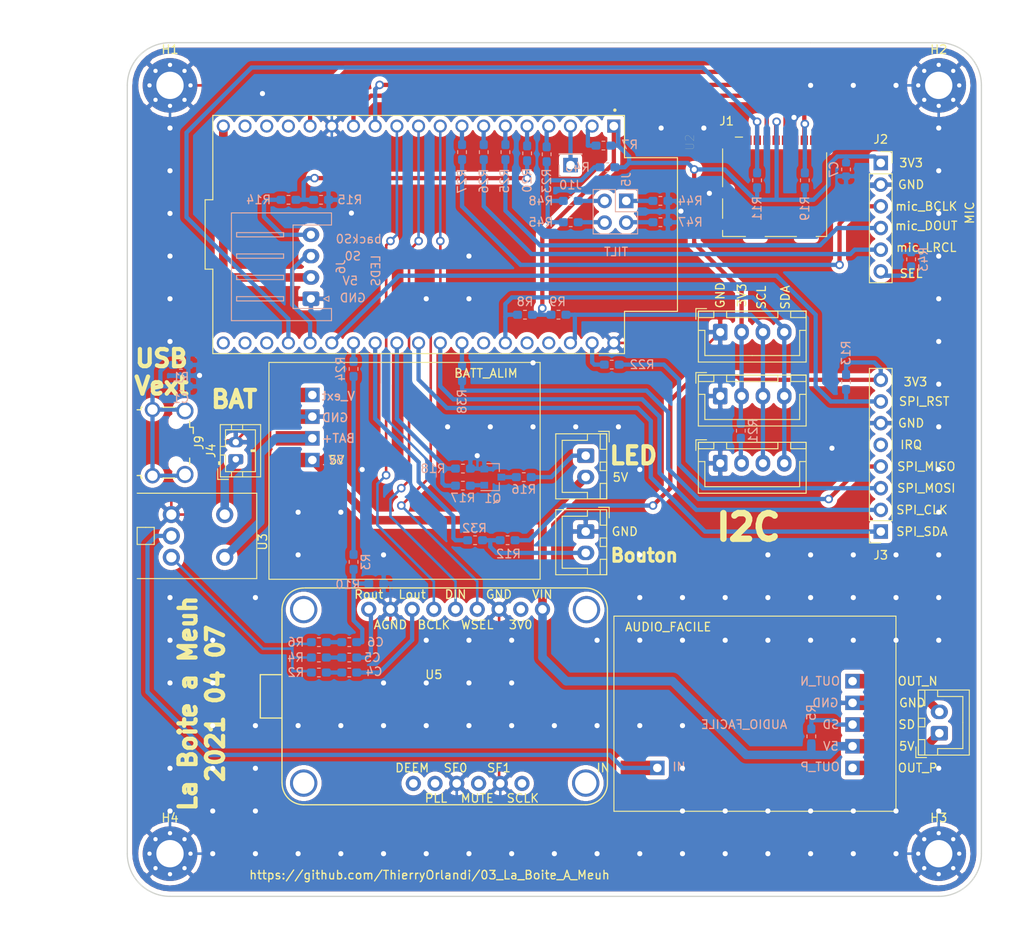
<source format=kicad_pcb>
(kicad_pcb (version 20171130) (host pcbnew "(5.1.9)-1")
  (layers (0 F.Cu signal) (31 B.Cu signal) (34 B.Paste user hide) (35 F.Paste user hide) (36 B.SilkS user) (37 F.SilkS user) (38 B.Mask user hide) (39 F.Mask user hide) (44 Edge.Cuts user))
  (net 0 "")
  (net 1 GND)
  (net 2 "Net-(U2-Pad16)")
  (net 3 "Net-(U2-Pad17)")
  (net 4 "Net-(U2-Pad18)")
  (net 5 "Net-(U2-Pad20)")
  (net 6 "Net-(U2-Pad21)")
  (net 7 "Net-(U2-Pad22)")
  (net 8 "Net-(U2-Pad32)")
  (net 9 5V)
  (net 10 "Net-(C4-Pad1)")
  (net 11 "Net-(C5-Pad1)")
  (net 12 "Net-(C6-Pad1)")
  (net 13 ESP_audio_out)
  (net 14 back0)
  (net 15 S0)
  (net 16 SCL)
  (net 17 SDA)
  (net 18 "Net-(J10-Pad1)")
  (net 19 bouton1)
  (net 20 "Net-(J26-Pad1)")
  (net 21 "Net-(J29-Pad2)")
  (net 22 "Net-(J29-Pad1)")
  (net 23 "Net-(Q1-Pad1)")
  (net 24 "Net-(Q1-Pad3)")
  (net 25 "Net-(R2-Pad1)")
  (net 26 3V3)
  (net 27 "Net-(R5-Pad2)")
  (net 28 "Net-(R7-Pad1)")
  (net 29 LED_out)
  (net 30 /Batt_alim/V_ext)
  (net 31 ESP_audio_out_div)
  (net 32 DAC_Lout)
  (net 33 DAC_Rout)
  (net 34 mic_BCLK)
  (net 35 mic_DOUT)
  (net 36 mic_LRCL)
  (net 37 "Net-(J2-Pad6)")
  (net 38 out_WSEL)
  (net 39 out_DIN)
  (net 40 out_BCLK)
  (net 41 "Net-(J5-Pad1)")
  (net 42 "Net-(J5-Pad2)")
  (net 43 "Net-(J5-Pad3)")
  (net 44 "Net-(J5-Pad4)")
  (net 45 SD_CS)
  (net 46 back0_div)
  (net 47 SD_MISO)
  (net 48 "Net-(R22-Pad2)")
  (net 49 TILT)
  (net 50 "Net-(R23-Pad1)")
  (net 51 "Net-(R25-Pad1)")
  (net 52 "Net-(R26-Pad1)")
  (net 53 "Net-(R27-Pad1)")
  (net 54 "Net-(R32-Pad2)")
  (net 55 SD_CLK)
  (net 56 "Net-(R38-Pad2)")
  (net 57 SD_MOSI)
  (net 58 "Net-(U2-Pad35)")
  (net 59 "Net-(U2-Pad34)")
  (net 60 "Net-(J1-Pad1)")
  (net 61 "Net-(J1-Pad8)")
  (net 62 "Net-(R24-Pad2)")
  (net 63 "Net-(C1-Pad1)")
  (net 64 SPI_SDA)
  (net 65 SPI_SCK)
  (net 66 SPI_MOSI)
  (net 67 SPI_MISO)
  (net 68 "Net-(J3-Pad5)")
  (net 69 SPI_RST)
  (net 70 VBAT1)
  (net 71 "Net-(J9-Pad2)")
  (net 72 "Net-(J9-Pad3)")
  (net 73 "Net-(J9-Pad4)")
  (net 74 "Net-(R20-Pad1)")
  (net 75 "Net-(U1-Pad6)")
  (net 76 VBAT2)
  (net 77 "Net-(U5-Pad10)")
  (net 78 "Net-(U5-Pad12)")
  (net 79 "Net-(U5-Pad15)")
  (net 80 "Net-(U5-Pad14)")
  (net 81 "Net-(U5-Pad2)")
  (net 82 "Net-(J11-Pad2)")
  (module Chimere:MODULE_ESP32-DEVKITC (layer F.Cu) (at 134.112 77.47 270)
    (fp_text reference U2 (at -10.795 -31.75 90) (layer F.SilkS) (effects (font (thickness 0.015))))
    (fp_text value ESP32-DEVKITC)
    (pad 38 thru_hole circle (at 12.7 -22.85 270) (size 1.53 1.53) (drill 1.02) (layers *.Cu *.Mask) (net 1 GND))
    (pad 37 thru_hole circle (at 12.7 -20.31 270) (size 1.53 1.53) (drill 1.02) (layers *.Cu *.Mask) (net 48 "Net-(R22-Pad2)"))
    (pad 36 thru_hole circle (at 12.7 -17.77 270) (size 1.53 1.53) (drill 1.02) (layers *.Cu *.Mask) (net 16 SCL))
    (pad 35 thru_hole circle (at 12.7 -15.23 270) (size 1.53 1.53) (drill 1.02) (layers *.Cu *.Mask) (net 58 "Net-(U2-Pad35)"))
    (pad 34 thru_hole circle (at 12.7 -12.69 270) (size 1.53 1.53) (drill 1.02) (layers *.Cu *.Mask) (net 59 "Net-(U2-Pad34)"))
    (pad 33 thru_hole circle (at 12.7 -10.15 270) (size 1.53 1.53) (drill 1.02) (layers *.Cu *.Mask) (net 17 SDA))
    (pad 32 thru_hole circle (at 12.7 -7.61 270) (size 1.53 1.53) (drill 1.02) (layers *.Cu *.Mask) (net 8 "Net-(U2-Pad32)"))
    (pad 31 thru_hole circle (at 12.7 -5.07 270) (size 1.53 1.53) (drill 1.02) (layers *.Cu *.Mask) (net 56 "Net-(R38-Pad2)"))
    (pad 30 thru_hole circle (at 12.7 -2.53 270) (size 1.53 1.53) (drill 1.02) (layers *.Cu *.Mask) (net 65 SPI_SCK))
    (pad 29 thru_hole circle (at 12.7 0.01 270) (size 1.53 1.53) (drill 1.02) (layers *.Cu *.Mask) (net 64 SPI_SDA))
    (pad 28 thru_hole circle (at 12.7 2.55 270) (size 1.53 1.53) (drill 1.02) (layers *.Cu *.Mask) (net 29 LED_out))
    (pad 27 thru_hole circle (at 12.7 5.09 270) (size 1.53 1.53) (drill 1.02) (layers *.Cu *.Mask) (net 54 "Net-(R32-Pad2)"))
    (pad 26 thru_hole circle (at 12.7 7.63 270) (size 1.53 1.53) (drill 1.02) (layers *.Cu *.Mask) (net 62 "Net-(R24-Pad2)"))
    (pad 25 thru_hole circle (at 12.7 10.17 270) (size 1.53 1.53) (drill 1.02) (layers *.Cu *.Mask) (net 69 SPI_RST))
    (pad 24 thru_hole circle (at 12.7 12.71 270) (size 1.53 1.53) (drill 1.02) (layers *.Cu *.Mask) (net 15 S0))
    (pad 23 thru_hole circle (at 12.7 15.25 270) (size 1.53 1.53) (drill 1.02) (layers *.Cu *.Mask) (net 45 SD_CS))
    (pad 22 thru_hole circle (at 12.7 17.79 270) (size 1.53 1.53) (drill 1.02) (layers *.Cu *.Mask) (net 7 "Net-(U2-Pad22)"))
    (pad 21 thru_hole circle (at 12.7 20.33 270) (size 1.53 1.53) (drill 1.02) (layers *.Cu *.Mask) (net 6 "Net-(U2-Pad21)"))
    (pad 20 thru_hole circle (at 12.7 22.87 270) (size 1.53 1.53) (drill 1.02) (layers *.Cu *.Mask) (net 5 "Net-(U2-Pad20)"))
    (pad 19 thru_hole circle (at -12.7 22.87 270) (size 1.53 1.53) (drill 1.02) (layers *.Cu *.Mask) (net 9 5V))
    (pad 18 thru_hole circle (at -12.7 20.33 270) (size 1.53 1.53) (drill 1.02) (layers *.Cu *.Mask) (net 4 "Net-(U2-Pad18)"))
    (pad 17 thru_hole circle (at -12.7 17.79 270) (size 1.53 1.53) (drill 1.02) (layers *.Cu *.Mask) (net 3 "Net-(U2-Pad17)"))
    (pad 16 thru_hole circle (at -12.7 15.25 270) (size 1.53 1.53) (drill 1.02) (layers *.Cu *.Mask) (net 2 "Net-(U2-Pad16)"))
    (pad 15 thru_hole circle (at -12.7 12.71 270) (size 1.53 1.53) (drill 1.02) (layers *.Cu *.Mask) (net 47 SD_MISO))
    (pad 14 thru_hole circle (at -12.7 10.17 270) (size 1.53 1.53) (drill 1.02) (layers *.Cu *.Mask) (net 1 GND))
    (pad 13 thru_hole circle (at -12.7 7.63 270) (size 1.53 1.53) (drill 1.02) (layers *.Cu *.Mask) (net 57 SD_MOSI))
    (pad 12 thru_hole circle (at -12.7 5.09 270) (size 1.53 1.53) (drill 1.02) (layers *.Cu *.Mask) (net 55 SD_CLK))
    (pad 11 thru_hole circle (at -12.7 2.55 270) (size 1.53 1.53) (drill 1.02) (layers *.Cu *.Mask) (net 40 out_BCLK))
    (pad 10 thru_hole circle (at -12.7 0.01 270) (size 1.53 1.53) (drill 1.02) (layers *.Cu *.Mask) (net 39 out_DIN))
    (pad 9 thru_hole circle (at -12.7 -2.53 270) (size 1.53 1.53) (drill 1.02) (layers *.Cu *.Mask) (net 38 out_WSEL))
    (pad 8 thru_hole circle (at -12.7 -5.07 270) (size 1.53 1.53) (drill 1.02) (layers *.Cu *.Mask) (net 53 "Net-(R27-Pad1)"))
    (pad 7 thru_hole circle (at -12.7 -7.61 270) (size 1.53 1.53) (drill 1.02) (layers *.Cu *.Mask) (net 52 "Net-(R26-Pad1)"))
    (pad 6 thru_hole circle (at -12.7 -10.15 270) (size 1.53 1.53) (drill 1.02) (layers *.Cu *.Mask) (net 51 "Net-(R25-Pad1)"))
    (pad 5 thru_hole circle (at -12.7 -12.69 270) (size 1.53 1.53) (drill 1.02) (layers *.Cu *.Mask) (net 74 "Net-(R20-Pad1)"))
    (pad 4 thru_hole circle (at -12.7 -15.23 270) (size 1.53 1.53) (drill 1.02) (layers *.Cu *.Mask) (net 50 "Net-(R23-Pad1)"))
    (pad 3 thru_hole circle (at -12.7 -17.77 270) (size 1.53 1.53) (drill 1.02) (layers *.Cu *.Mask) (net 18 "Net-(J10-Pad1)"))
    (pad 2 thru_hole circle (at -12.7 -20.31 270) (size 1.53 1.53) (drill 1.02) (layers *.Cu *.Mask) (net 28 "Net-(R7-Pad1)"))
    (pad 1 thru_hole rect (at -12.7 -22.85 270) (size 1.53 1.53) (drill 1.02) (layers *.Cu *.Mask) (net 26 3V3))
  )
  (module Chimere:Batt_Alim (layer F.Cu) (at 121.666 96.266)
    (fp_text reference U4 hide)
    (fp_text value Batt_Alim)
    (fp_text user 5V (at 2.834 7.634) (layer F.SilkS))
    (fp_text user BAT+ (at 3.048 5.08) (layer B.SilkS) (effects (justify mirror)))
    (fp_text user GND (at 2.667 2.667) (layer B.SilkS) (effects (justify mirror)))
    (fp_text user V_ext (at 3.048 0.127) (layer B.SilkS) (effects (justify mirror)))
    (fp_text user BATT_ALIM (at 20.32 -2.54) (layer F.SilkS))
    (fp_text user BAT+ (at 3.048 5.08) (layer B.SilkS) (effects (justify mirror)))
    (fp_text user V_ext (at 3.048 0.127) (layer B.SilkS) (effects (justify mirror)))
    (fp_text user GND (at 2.667 2.667) (layer B.SilkS) (effects (justify mirror)))
    (pad 4 smd rect (at -2.54 7.62 180) (size 3.5 1.7) (layers F.Cu F.Paste F.Mask) (net 9 5V))
    (pad 3 smd rect (at -2.54 5.08 180) (size 3.5 1.7) (layers F.Cu F.Paste F.Mask) (net 76 VBAT2))
    (pad 2 smd rect (at -2.54 2.54 180) (size 3.5 1.7) (layers F.Cu F.Paste F.Mask) (net 1 GND))
    (pad 1 smd rect (at -2.54 0 180) (size 3.5 1.7) (layers F.Cu F.Paste F.Mask) (net 30 /Batt_alim/V_ext))
    (pad 4 thru_hole rect (at 0 7.62) (size 1.7 1.7) (drill 1) (layers *.Cu *.Mask) (net 9 5V))
    (pad 3 thru_hole rect (at 0 5.08) (size 1.7 1.7) (drill 1) (layers *.Cu *.Mask) (net 76 VBAT2))
    (pad 2 thru_hole rect (at 0 2.54) (size 1.7 1.7) (drill 1) (layers *.Cu *.Mask) (net 1 GND))
    (pad 1 thru_hole rect (at 0 0) (size 1.7 1.7) (drill 1) (layers *.Cu *.Mask) (net 30 /Batt_alim/V_ext))
  )
  (module Connector_USB:USB_Micro-B_Wuerth_629105150521_CircularHoles (layer F.Cu) (at 104.902 101.854 270)
    (fp_text reference J9 (at 0 -3.5 90) (layer F.SilkS))
    (fp_text value USB_B_Micro)
    (pad "" np_thru_hole circle (at 2.5 -0.8 270) (size 0.8 0.8) (drill 0.8) (layers *.Cu *.Mask))
    (pad "" np_thru_hole circle (at -2.5 -0.8 270) (size 0.8 0.8) (drill 0.8) (layers *.Cu *.Mask))
    (pad 6 thru_hole circle (at 3.875 1.95 270) (size 1.8 1.8) (drill 1.2) (layers *.Cu *.Mask) (net 63 "Net-(C1-Pad1)"))
    (pad 6 thru_hole circle (at -3.875 1.95 270) (size 1.8 1.8) (drill 1.2) (layers *.Cu *.Mask) (net 63 "Net-(C1-Pad1)"))
    (pad 6 thru_hole circle (at 3.725 -1.85 270) (size 2 2) (drill 1.4) (layers *.Cu *.Mask) (net 63 "Net-(C1-Pad1)"))
    (pad 6 thru_hole circle (at -3.725 -1.85 270) (size 2 2) (drill 1.4) (layers *.Cu *.Mask) (net 63 "Net-(C1-Pad1)"))
    (pad 5 smd rect (at 1.3 -1.9 270) (size 0.45 1.3) (layers F.Cu F.Paste F.Mask) (net 1 GND))
    (pad 4 smd rect (at 0.65 -1.9 270) (size 0.45 1.3) (layers F.Cu F.Paste F.Mask) (net 73 "Net-(J9-Pad4)"))
    (pad 3 smd rect (at 0 -1.9 270) (size 0.45 1.3) (layers F.Cu F.Paste F.Mask) (net 72 "Net-(J9-Pad3)"))
    (pad 2 smd rect (at -0.65 -1.9 270) (size 0.45 1.3) (layers F.Cu F.Paste F.Mask) (net 71 "Net-(J9-Pad2)"))
    (pad 1 smd rect (at -1.3 -1.9 270) (size 0.45 1.3) (layers F.Cu F.Paste F.Mask) (net 30 /Batt_alim/V_ext))
  )
  (module Resistor_SMD:R_0603_1608Metric_Pad1.05x0.95mm_HandSolder (layer B.Cu) (at 106.273001 92.746999)
    (fp_text reference R1 (at 0 1.43) (layer B.SilkS) (effects (justify mirror)))
    (fp_text value 100k)
    (pad 2 smd roundrect (at 0.875 0) (size 1.05 0.95) (layers B.Cu B.Paste B.Mask) (net 1 GND))
    (pad 1 smd roundrect (at -0.875 0) (size 1.05 0.95) (layers B.Cu B.Paste B.Mask) (net 63 "Net-(C1-Pad1)"))
  )
  (module Capacitor_SMD:C_0603_1608Metric_Pad1.05x0.95mm_HandSolder (layer B.Cu) (at 106.273001 95.256999)
    (fp_text reference C1 (at 0 1.43) (layer B.SilkS) (effects (justify mirror)))
    (fp_text value 100nF)
    (pad 2 smd roundrect (at 0.875 0) (size 1.05 0.95) (layers B.Cu B.Paste B.Mask) (net 1 GND))
    (pad 1 smd roundrect (at -0.875 0) (size 1.05 0.95) (layers B.Cu B.Paste B.Mask) (net 63 "Net-(C1-Pad1)"))
  )
  (module Resistor_SMD:R_0603_1608Metric_Pad1.05x0.95mm_HandSolder (layer B.Cu) (at 122.682 73.406 180)
    (fp_text reference R15 (at -3.375 0) (layer B.SilkS) (effects (justify mirror)))
    (fp_text value 22k)
    (pad 2 smd roundrect (at 0.875 0 180) (size 1.05 0.95) (layers B.Cu B.Paste B.Mask) (net 46 back0_div))
    (pad 1 smd roundrect (at -0.875 0 180) (size 1.05 0.95) (layers B.Cu B.Paste B.Mask) (net 1 GND))
  )
  (module Package_TO_SOT_SMD:SOT-23 (layer B.Cu) (at 142.794 105.892)
    (fp_text reference Q1 (at 0 2.5 180) (layer B.SilkS) (effects (justify mirror)))
    (fp_text value 2N7002)
    (pad 3 smd rect (at 1 0) (size 0.9 0.8) (layers B.Cu B.Paste B.Mask) (net 24 "Net-(Q1-Pad3)"))
    (pad 2 smd rect (at -1 -0.95) (size 0.9 0.8) (layers B.Cu B.Paste B.Mask) (net 1 GND))
    (pad 1 smd rect (at -1 0.95) (size 0.9 0.8) (layers B.Cu B.Paste B.Mask) (net 23 "Net-(Q1-Pad1)"))
  )
  (module MountingHole:MountingHole_3.2mm_M3_Pad_Via (layer F.Cu) (at 195 150)
    (fp_text reference H3 (at 0 -4.2) (layer F.SilkS))
    (fp_text value MountingHole_Pad)
    (pad 1 thru_hole circle (at 1.697056 -1.697056) (size 0.8 0.8) (drill 0.5) (layers *.Cu *.Mask) (net 1 GND))
    (pad 1 thru_hole circle (at 0 -2.4) (size 0.8 0.8) (drill 0.5) (layers *.Cu *.Mask) (net 1 GND))
    (pad 1 thru_hole circle (at -1.697056 -1.697056) (size 0.8 0.8) (drill 0.5) (layers *.Cu *.Mask) (net 1 GND))
    (pad 1 thru_hole circle (at -2.4 0) (size 0.8 0.8) (drill 0.5) (layers *.Cu *.Mask) (net 1 GND))
    (pad 1 thru_hole circle (at -1.697056 1.697056) (size 0.8 0.8) (drill 0.5) (layers *.Cu *.Mask) (net 1 GND))
    (pad 1 thru_hole circle (at 0 2.4) (size 0.8 0.8) (drill 0.5) (layers *.Cu *.Mask) (net 1 GND))
    (pad 1 thru_hole circle (at 1.697056 1.697056) (size 0.8 0.8) (drill 0.5) (layers *.Cu *.Mask) (net 1 GND))
    (pad 1 thru_hole circle (at 2.4 0) (size 0.8 0.8) (drill 0.5) (layers *.Cu *.Mask) (net 1 GND))
    (pad 1 thru_hole circle (at 0 0) (size 6.4 6.4) (drill 3.2) (layers *.Cu *.Mask) (net 1 GND))
  )
  (module MountingHole:MountingHole_3.2mm_M3_Pad_Via (layer F.Cu) (at 105 60)
    (fp_text reference H1 (at 0 -4.2) (layer F.SilkS))
    (fp_text value MountingHole_Pad)
    (pad 1 thru_hole circle (at 1.697056 -1.697056) (size 0.8 0.8) (drill 0.5) (layers *.Cu *.Mask) (net 1 GND))
    (pad 1 thru_hole circle (at 0 -2.4) (size 0.8 0.8) (drill 0.5) (layers *.Cu *.Mask) (net 1 GND))
    (pad 1 thru_hole circle (at -1.697056 -1.697056) (size 0.8 0.8) (drill 0.5) (layers *.Cu *.Mask) (net 1 GND))
    (pad 1 thru_hole circle (at -2.4 0) (size 0.8 0.8) (drill 0.5) (layers *.Cu *.Mask) (net 1 GND))
    (pad 1 thru_hole circle (at -1.697056 1.697056) (size 0.8 0.8) (drill 0.5) (layers *.Cu *.Mask) (net 1 GND))
    (pad 1 thru_hole circle (at 0 2.4) (size 0.8 0.8) (drill 0.5) (layers *.Cu *.Mask) (net 1 GND))
    (pad 1 thru_hole circle (at 1.697056 1.697056) (size 0.8 0.8) (drill 0.5) (layers *.Cu *.Mask) (net 1 GND))
    (pad 1 thru_hole circle (at 2.4 0) (size 0.8 0.8) (drill 0.5) (layers *.Cu *.Mask) (net 1 GND))
    (pad 1 thru_hole circle (at 0 0) (size 6.4 6.4) (drill 3.2) (layers *.Cu *.Mask) (net 1 GND))
  )
  (module MountingHole:MountingHole_3.2mm_M3_Pad_Via (layer F.Cu) (at 195 60)
    (fp_text reference H2 (at 0 -4.2) (layer F.SilkS))
    (fp_text value MountingHole_Pad)
    (pad 1 thru_hole circle (at 1.697056 -1.697056) (size 0.8 0.8) (drill 0.5) (layers *.Cu *.Mask) (net 1 GND))
    (pad 1 thru_hole circle (at 0 -2.4) (size 0.8 0.8) (drill 0.5) (layers *.Cu *.Mask) (net 1 GND))
    (pad 1 thru_hole circle (at -1.697056 -1.697056) (size 0.8 0.8) (drill 0.5) (layers *.Cu *.Mask) (net 1 GND))
    (pad 1 thru_hole circle (at -2.4 0) (size 0.8 0.8) (drill 0.5) (layers *.Cu *.Mask) (net 1 GND))
    (pad 1 thru_hole circle (at -1.697056 1.697056) (size 0.8 0.8) (drill 0.5) (layers *.Cu *.Mask) (net 1 GND))
    (pad 1 thru_hole circle (at 0 2.4) (size 0.8 0.8) (drill 0.5) (layers *.Cu *.Mask) (net 1 GND))
    (pad 1 thru_hole circle (at 1.697056 1.697056) (size 0.8 0.8) (drill 0.5) (layers *.Cu *.Mask) (net 1 GND))
    (pad 1 thru_hole circle (at 2.4 0) (size 0.8 0.8) (drill 0.5) (layers *.Cu *.Mask) (net 1 GND))
    (pad 1 thru_hole circle (at 0 0) (size 6.4 6.4) (drill 3.2) (layers *.Cu *.Mask) (net 1 GND))
  )
  (module MountingHole:MountingHole_3.2mm_M3_Pad_Via (layer F.Cu) (at 105 150)
    (fp_text reference H4 (at 0 -4.2) (layer F.SilkS))
    (fp_text value MountingHole_Pad)
    (pad 1 thru_hole circle (at 1.697056 -1.697056) (size 0.8 0.8) (drill 0.5) (layers *.Cu *.Mask) (net 1 GND))
    (pad 1 thru_hole circle (at 0 -2.4) (size 0.8 0.8) (drill 0.5) (layers *.Cu *.Mask) (net 1 GND))
    (pad 1 thru_hole circle (at -1.697056 -1.697056) (size 0.8 0.8) (drill 0.5) (layers *.Cu *.Mask) (net 1 GND))
    (pad 1 thru_hole circle (at -2.4 0) (size 0.8 0.8) (drill 0.5) (layers *.Cu *.Mask) (net 1 GND))
    (pad 1 thru_hole circle (at -1.697056 1.697056) (size 0.8 0.8) (drill 0.5) (layers *.Cu *.Mask) (net 1 GND))
    (pad 1 thru_hole circle (at 0 2.4) (size 0.8 0.8) (drill 0.5) (layers *.Cu *.Mask) (net 1 GND))
    (pad 1 thru_hole circle (at 1.697056 1.697056) (size 0.8 0.8) (drill 0.5) (layers *.Cu *.Mask) (net 1 GND))
    (pad 1 thru_hole circle (at 2.4 0) (size 0.8 0.8) (drill 0.5) (layers *.Cu *.Mask) (net 1 GND))
    (pad 1 thru_hole circle (at 0 0) (size 6.4 6.4) (drill 3.2) (layers *.Cu *.Mask) (net 1 GND))
  )
  (module Capacitor_SMD:C_0603_1608Metric_Pad1.05x0.95mm_HandSolder (layer B.Cu) (at 125.984 128.778)
    (fp_text reference C4 (at 2.9 -0.1 180) (layer B.SilkS) (effects (justify mirror)))
    (fp_text value 100nF)
    (pad 2 smd roundrect (at 0.875 0) (size 1.05 0.95) (layers B.Cu B.Paste B.Mask) (net 32 DAC_Lout))
    (pad 1 smd roundrect (at -0.875 0) (size 1.05 0.95) (layers B.Cu B.Paste B.Mask) (net 10 "Net-(C4-Pad1)"))
  )
  (module Capacitor_SMD:C_0603_1608Metric_Pad1.05x0.95mm_HandSolder (layer B.Cu) (at 125.984 127.022)
    (fp_text reference C5 (at 2.7 0 180) (layer B.SilkS) (effects (justify mirror)))
    (fp_text value 100nF)
    (pad 2 smd roundrect (at 0.875 0) (size 1.05 0.95) (layers B.Cu B.Paste B.Mask) (net 33 DAC_Rout))
    (pad 1 smd roundrect (at -0.875 0) (size 1.05 0.95) (layers B.Cu B.Paste B.Mask) (net 11 "Net-(C5-Pad1)"))
  )
  (module Capacitor_SMD:C_0603_1608Metric_Pad1.05x0.95mm_HandSolder (layer B.Cu) (at 125.984 125.222)
    (fp_text reference C6 (at 3.075 0 180) (layer B.SilkS) (effects (justify mirror)))
    (fp_text value 100nF)
    (pad 2 smd roundrect (at 0.875 0) (size 1.05 0.95) (layers B.Cu B.Paste B.Mask) (net 31 ESP_audio_out_div))
    (pad 1 smd roundrect (at -0.875 0) (size 1.05 0.95) (layers B.Cu B.Paste B.Mask) (net 12 "Net-(C6-Pad1)"))
  )
  (module Connector_PinHeader_2.54mm:PinHeader_1x01_P2.54mm_Vertical (layer B.Cu) (at 151.892 69.342)
    (fp_text reference J10 (at 0 2.33) (layer B.SilkS) (effects (justify mirror)))
    (fp_text value Conn_01x01)
    (pad 1 thru_hole rect (at 0 0) (size 1.7 1.7) (drill 1) (layers *.Cu *.Mask) (net 18 "Net-(J10-Pad1)"))
  )
  (module Connector_JST:JST_XH_B2B-XH-A_1x02_P2.50mm_Vertical (layer F.Cu) (at 153.67 112.268 270)
    (fp_text reference J18 hide)
    (fp_text value Conn_01x02)
    (pad 2 thru_hole oval (at 2.5 0 270) (size 1.7 2) (drill 1) (layers *.Cu *.Mask) (net 19 bouton1))
    (pad 1 thru_hole roundrect (at 0 0 270) (size 1.7 2) (drill 1) (layers *.Cu *.Mask) (roundrect_rratio 0.147059) (net 1 GND))
  )
  (module Connector_JST:JST_XH_B2B-XH-A_1x02_P2.50mm_Vertical (layer F.Cu) (at 153.67 103.378 270)
    (fp_text reference J26 hide)
    (fp_text value Conn_01x02)
    (pad 2 thru_hole oval (at 2.5 0 270) (size 1.7 2) (drill 1) (layers *.Cu *.Mask) (net 9 5V))
    (pad 1 thru_hole roundrect (at 0 0 270) (size 1.7 2) (drill 1) (layers *.Cu *.Mask) (roundrect_rratio 0.147059) (net 20 "Net-(J26-Pad1)"))
  )
  (module Connector_JST:JST_XH_B2B-XH-A_1x02_P2.50mm_Vertical (layer F.Cu) (at 195.072 135.89 90)
    (fp_text reference J29 hide)
    (fp_text value Conn_01x02)
    (pad 2 thru_hole oval (at 2.5 0 90) (size 1.7 2) (drill 1) (layers *.Cu *.Mask) (net 21 "Net-(J29-Pad2)"))
    (pad 1 thru_hole roundrect (at 0 0 90) (size 1.7 2) (drill 1) (layers *.Cu *.Mask) (roundrect_rratio 0.147059) (net 22 "Net-(J29-Pad1)"))
  )
  (module Resistor_SMD:R_0603_1608Metric_Pad1.05x0.95mm_HandSolder (layer B.Cu) (at 122.43 128.778)
    (fp_text reference R2 (at -2.7 0 180) (layer B.SilkS) (effects (justify mirror)))
    (fp_text value 1k)
    (pad 2 smd roundrect (at 0.875 0) (size 1.05 0.95) (layers B.Cu B.Paste B.Mask) (net 10 "Net-(C4-Pad1)"))
    (pad 1 smd roundrect (at -0.875 0) (size 1.05 0.95) (layers B.Cu B.Paste B.Mask) (net 25 "Net-(R2-Pad1)"))
  )
  (module Resistor_SMD:R_0603_1608Metric_Pad1.05x0.95mm_HandSolder (layer B.Cu) (at 122.43 127.022)
    (fp_text reference R4 (at -2.725 0 180) (layer B.SilkS) (effects (justify mirror)))
    (fp_text value 1k)
    (pad 2 smd roundrect (at 0.875 0) (size 1.05 0.95) (layers B.Cu B.Paste B.Mask) (net 11 "Net-(C5-Pad1)"))
    (pad 1 smd roundrect (at -0.875 0) (size 1.05 0.95) (layers B.Cu B.Paste B.Mask) (net 25 "Net-(R2-Pad1)"))
  )
  (module Resistor_SMD:R_0603_1608Metric_Pad1.05x0.95mm_HandSolder (layer B.Cu) (at 122.428 125.222)
    (fp_text reference R6 (at -2.7 0 180) (layer B.SilkS) (effects (justify mirror)))
    (fp_text value 1k)
    (pad 2 smd roundrect (at 0.875 0) (size 1.05 0.95) (layers B.Cu B.Paste B.Mask) (net 12 "Net-(C6-Pad1)"))
    (pad 1 smd roundrect (at -0.875 0) (size 1.05 0.95) (layers B.Cu B.Paste B.Mask) (net 25 "Net-(R2-Pad1)"))
  )
  (module Resistor_SMD:R_0603_1608Metric_Pad1.05x0.95mm_HandSolder (layer B.Cu) (at 155.746 67.056)
    (fp_text reference R7 (at 3.075 -0.1 180) (layer B.SilkS) (effects (justify mirror)))
    (fp_text value 10k)
    (pad 2 smd roundrect (at 0.875 0) (size 1.05 0.95) (layers B.Cu B.Paste B.Mask) (net 26 3V3))
    (pad 1 smd roundrect (at -0.875 0) (size 1.05 0.95) (layers B.Cu B.Paste B.Mask) (net 28 "Net-(R7-Pad1)"))
  )
  (module Resistor_SMD:R_0603_1608Metric_Pad1.05x0.95mm_HandSolder (layer B.Cu) (at 146.558 86.868)
    (fp_text reference R8 (at 0 -1.524) (layer B.SilkS) (effects (justify mirror)))
    (fp_text value 2k2)
    (pad 2 smd roundrect (at 0.875 0) (size 1.05 0.95) (layers B.Cu B.Paste B.Mask) (net 26 3V3))
    (pad 1 smd roundrect (at -0.875 0) (size 1.05 0.95) (layers B.Cu B.Paste B.Mask) (net 17 SDA))
  )
  (module Resistor_SMD:R_0603_1608Metric_Pad1.05x0.95mm_HandSolder (layer B.Cu) (at 150.481 86.868 180)
    (fp_text reference R9 (at 0.113 1.524) (layer B.SilkS) (effects (justify mirror)))
    (fp_text value 2k2)
    (pad 2 smd roundrect (at 0.875 0 180) (size 1.05 0.95) (layers B.Cu B.Paste B.Mask) (net 26 3V3))
    (pad 1 smd roundrect (at -0.875 0 180) (size 1.05 0.95) (layers B.Cu B.Paste B.Mask) (net 16 SCL))
  )
  (module Resistor_SMD:R_0603_1608Metric_Pad1.05x0.95mm_HandSolder (layer B.Cu) (at 144.526 113.284)
    (fp_text reference R12 (at 0.1 1.6 180) (layer B.SilkS) (effects (justify mirror)))
    (fp_text value 100k)
    (pad 2 smd roundrect (at 0.875 0) (size 1.05 0.95) (layers B.Cu B.Paste B.Mask) (net 26 3V3))
    (pad 1 smd roundrect (at -0.875 0) (size 1.05 0.95) (layers B.Cu B.Paste B.Mask) (net 19 bouton1))
  )
  (module Resistor_SMD:R_0603_1608Metric_Pad1.05x0.95mm_HandSolder (layer B.Cu) (at 184.15 94.742 270)
    (fp_text reference R13 (at -3.4 0 270) (layer B.SilkS) (effects (justify mirror)))
    (fp_text value 10k)
    (pad 2 smd roundrect (at 0.875 0 270) (size 1.05 0.95) (layers B.Cu B.Paste B.Mask) (net 69 SPI_RST))
    (pad 1 smd roundrect (at -0.875 0 270) (size 1.05 0.95) (layers B.Cu B.Paste B.Mask) (net 26 3V3))
  )
  (module Resistor_SMD:R_0603_1608Metric_Pad1.05x0.95mm_HandSolder (layer B.Cu) (at 118.872 73.406 180)
    (fp_text reference R14 (at 3.5 0) (layer B.SilkS) (effects (justify mirror)))
    (fp_text value 10k)
    (pad 2 smd roundrect (at 0.875 0 180) (size 1.05 0.95) (layers B.Cu B.Paste B.Mask) (net 14 back0))
    (pad 1 smd roundrect (at -0.875 0 180) (size 1.05 0.95) (layers B.Cu B.Paste B.Mask) (net 46 back0_div))
  )
  (module Resistor_SMD:R_0603_1608Metric_Pad1.05x0.95mm_HandSolder (layer B.Cu) (at 146.419 105.892)
    (fp_text reference R16 (at 0 1.43 180) (layer B.SilkS) (effects (justify mirror)))
    (fp_text value 1k)
    (pad 2 smd roundrect (at 0.875 0) (size 1.05 0.95) (layers B.Cu B.Paste B.Mask) (net 20 "Net-(J26-Pad1)"))
    (pad 1 smd roundrect (at -0.875 0) (size 1.05 0.95) (layers B.Cu B.Paste B.Mask) (net 24 "Net-(Q1-Pad3)"))
  )
  (module Resistor_SMD:R_0603_1608Metric_Pad1.05x0.95mm_HandSolder (layer B.Cu) (at 139.294 106.892)
    (fp_text reference R17 (at 0 1.43 180) (layer B.SilkS) (effects (justify mirror)))
    (fp_text value 100)
    (pad 2 smd roundrect (at 0.875 0) (size 1.05 0.95) (layers B.Cu B.Paste B.Mask) (net 23 "Net-(Q1-Pad1)"))
    (pad 1 smd roundrect (at -0.875 0) (size 1.05 0.95) (layers B.Cu B.Paste B.Mask) (net 29 LED_out))
  )
  (module Resistor_SMD:R_0603_1608Metric_Pad1.05x0.95mm_HandSolder (layer B.Cu) (at 139.294 104.892 180)
    (fp_text reference R18 (at 3.5 0 180) (layer B.SilkS) (effects (justify mirror)))
    (fp_text value 100k)
    (pad 2 smd roundrect (at 0.875 0 180) (size 1.05 0.95) (layers B.Cu B.Paste B.Mask) (net 29 LED_out))
    (pad 1 smd roundrect (at -0.875 0 180) (size 1.05 0.95) (layers B.Cu B.Paste B.Mask) (net 1 GND))
  )
  (module Connector_JST:JST_XH_B4B-XH-A_1x04_P2.50mm_Vertical (layer F.Cu) (at 169.418 88.9)
    (fp_text reference J7 hide)
    (fp_text value Conn_01x04)
    (pad 4 thru_hole oval (at 7.5 0) (size 1.7 1.95) (drill 0.95) (layers *.Cu *.Mask) (net 17 SDA))
    (pad 3 thru_hole oval (at 5 0) (size 1.7 1.95) (drill 0.95) (layers *.Cu *.Mask) (net 16 SCL))
    (pad 2 thru_hole oval (at 2.5 0) (size 1.7 1.95) (drill 0.95) (layers *.Cu *.Mask) (net 26 3V3))
    (pad 1 thru_hole roundrect (at 0 0) (size 1.7 1.95) (drill 0.95) (layers *.Cu *.Mask) (roundrect_rratio 0.147059) (net 1 GND))
  )
  (module Connector_JST:JST_XH_B4B-XH-A_1x04_P2.50mm_Vertical (layer F.Cu) (at 169.418 96.393)
    (fp_text reference J8 hide)
    (fp_text value Conn_01x04)
    (pad 4 thru_hole oval (at 7.5 0) (size 1.7 1.95) (drill 0.95) (layers *.Cu *.Mask) (net 17 SDA))
    (pad 3 thru_hole oval (at 5 0) (size 1.7 1.95) (drill 0.95) (layers *.Cu *.Mask) (net 16 SCL))
    (pad 2 thru_hole oval (at 2.5 0) (size 1.7 1.95) (drill 0.95) (layers *.Cu *.Mask) (net 26 3V3))
    (pad 1 thru_hole roundrect (at 0 0) (size 1.7 1.95) (drill 0.95) (layers *.Cu *.Mask) (roundrect_rratio 0.147059) (net 1 GND))
  )
  (module Connector_JST:JST_XH_B4B-XH-A_1x04_P2.50mm_Vertical (layer F.Cu) (at 169.418 104.267)
    (fp_text reference J11 hide)
    (fp_text value Conn_01x04)
    (pad 4 thru_hole oval (at 7.5 0) (size 1.7 1.95) (drill 0.95) (layers *.Cu *.Mask) (net 17 SDA))
    (pad 3 thru_hole oval (at 5 0) (size 1.7 1.95) (drill 0.95) (layers *.Cu *.Mask) (net 16 SCL))
    (pad 2 thru_hole oval (at 2.5 0) (size 1.7 1.95) (drill 0.95) (layers *.Cu *.Mask) (net 82 "Net-(J11-Pad2)"))
    (pad 1 thru_hole roundrect (at 0 0) (size 1.7 1.95) (drill 0.95) (layers *.Cu *.Mask) (roundrect_rratio 0.147059) (net 1 GND))
  )
  (module Capacitor_SMD:C_0603_1608Metric (layer B.Cu) (at 184.15 69.85 270)
    (fp_text reference C7 (at 0 1.43 270) (layer B.SilkS) (effects (justify mirror)))
    (fp_text value 100nF)
    (pad 2 smd roundrect (at 0.7875 0 270) (size 0.875 0.95) (layers B.Cu B.Paste B.Mask) (net 1 GND))
    (pad 1 smd roundrect (at -0.7875 0 270) (size 0.875 0.95) (layers B.Cu B.Paste B.Mask) (net 26 3V3))
  )
  (module Connector_PinSocket_2.54mm:PinSocket_1x06_P2.54mm_Vertical (layer F.Cu) (at 188.214 69.088)
    (fp_text reference J2 (at 0 -2.77) (layer F.SilkS))
    (fp_text value Conn_01x06)
    (pad 6 thru_hole oval (at 0 12.7) (size 1.7 1.7) (drill 1) (layers *.Cu *.Mask) (net 37 "Net-(J2-Pad6)"))
    (pad 5 thru_hole oval (at 0 10.16) (size 1.7 1.7) (drill 1) (layers *.Cu *.Mask) (net 36 mic_LRCL))
    (pad 4 thru_hole oval (at 0 7.62) (size 1.7 1.7) (drill 1) (layers *.Cu *.Mask) (net 35 mic_DOUT))
    (pad 3 thru_hole oval (at 0 5.08) (size 1.7 1.7) (drill 1) (layers *.Cu *.Mask) (net 34 mic_BCLK))
    (pad 2 thru_hole oval (at 0 2.54) (size 1.7 1.7) (drill 1) (layers *.Cu *.Mask) (net 1 GND))
    (pad 1 thru_hole rect (at 0 0) (size 1.7 1.7) (drill 1) (layers *.Cu *.Mask) (net 26 3V3))
  )
  (module Connector_PinSocket_2.54mm:PinSocket_2x02_P2.54mm_Vertical (layer B.Cu) (at 158.416 73.532 90)
    (fp_text reference J5 (at 2.5 0 270) (layer B.SilkS) (effects (justify mirror)))
    (fp_text value Conn_02x02_Counter_Clockwise)
    (pad 4 thru_hole oval (at -2.54 -2.54 90) (size 1.7 1.7) (drill 1) (layers *.Cu *.Mask) (net 44 "Net-(J5-Pad4)"))
    (pad 3 thru_hole oval (at 0 -2.54 90) (size 1.7 1.7) (drill 1) (layers *.Cu *.Mask) (net 43 "Net-(J5-Pad3)"))
    (pad 2 thru_hole oval (at -2.54 0 90) (size 1.7 1.7) (drill 1) (layers *.Cu *.Mask) (net 42 "Net-(J5-Pad2)"))
    (pad 1 thru_hole rect (at 0 0 90) (size 1.7 1.7) (drill 1) (layers *.Cu *.Mask) (net 41 "Net-(J5-Pad1)"))
  )
  (module Resistor_SMD:R_0603_1608Metric_Pad1.05x0.95mm_HandSolder (layer B.Cu) (at 126.492 115.824 90)
    (fp_text reference R3 (at 0 1.43 270) (layer B.SilkS) (effects (justify mirror)))
    (fp_text value 100k)
    (pad 2 smd roundrect (at 0.875 0 90) (size 1.05 0.95) (layers B.Cu B.Paste B.Mask) (net 13 ESP_audio_out))
    (pad 1 smd roundrect (at -0.875 0 90) (size 1.05 0.95) (layers B.Cu B.Paste B.Mask) (net 31 ESP_audio_out_div))
  )
  (module Resistor_SMD:R_0603_1608Metric_Pad1.05x0.95mm_HandSolder (layer B.Cu) (at 129.145 118.364 180)
    (fp_text reference R10 (at 3.325 -0.1 180) (layer B.SilkS) (effects (justify mirror)))
    (fp_text value 1k)
    (pad 2 smd roundrect (at 0.875 0 180) (size 1.05 0.95) (layers B.Cu B.Paste B.Mask) (net 31 ESP_audio_out_div))
    (pad 1 smd roundrect (at -0.875 0 180) (size 1.05 0.95) (layers B.Cu B.Paste B.Mask) (net 1 GND))
  )
  (module Resistor_SMD:R_0603_1608Metric_Pad1.05x0.95mm_HandSolder (layer B.Cu) (at 173.736 71.12 270)
    (fp_text reference R11 (at 3.302 0 90) (layer B.SilkS) (effects (justify mirror)))
    (fp_text value 10k)
    (pad 2 smd roundrect (at 0.875 0 270) (size 1.05 0.95) (layers B.Cu B.Paste B.Mask) (net 26 3V3))
    (pad 1 smd roundrect (at -0.875 0 270) (size 1.05 0.95) (layers B.Cu B.Paste B.Mask) (net 45 SD_CS))
  )
  (module Resistor_SMD:R_0603_1608Metric_Pad1.05x0.95mm_HandSolder (layer B.Cu) (at 179.324 71.12 270)
    (fp_text reference R19 (at 3.302 0 270) (layer B.SilkS) (effects (justify mirror)))
    (fp_text value 10k)
    (pad 2 smd roundrect (at 0.875 0 270) (size 1.05 0.95) (layers B.Cu B.Paste B.Mask) (net 26 3V3))
    (pad 1 smd roundrect (at -0.875 0 270) (size 1.05 0.95) (layers B.Cu B.Paste B.Mask) (net 47 SD_MISO))
  )
  (module Resistor_SMD:R_0603_1608Metric_Pad1.05x0.95mm_HandSolder (layer B.Cu) (at 156.718 92.71 180)
    (fp_text reference R22 (at -3.556 0 180) (layer B.SilkS) (effects (justify mirror)))
    (fp_text value 0)
    (pad 2 smd roundrect (at 0.875 0 180) (size 1.05 0.95) (layers B.Cu B.Paste B.Mask) (net 48 "Net-(R22-Pad2)"))
    (pad 1 smd roundrect (at -0.875 0 180) (size 1.05 0.95) (layers B.Cu B.Paste B.Mask) (net 66 SPI_MOSI))
  )
  (module Resistor_SMD:R_0603_1608Metric_Pad1.05x0.95mm_HandSolder (layer B.Cu) (at 149.098 68.072 270)
    (fp_text reference R23 (at 3.125 0 270) (layer B.SilkS) (effects (justify mirror)))
    (fp_text value 0)
    (pad 2 smd roundrect (at 0.875 0 270) (size 1.05 0.95) (layers B.Cu B.Paste B.Mask) (net 49 TILT))
    (pad 1 smd roundrect (at -0.875 0 270) (size 1.05 0.95) (layers B.Cu B.Paste B.Mask) (net 50 "Net-(R23-Pad1)"))
  )
  (module Resistor_SMD:R_0603_1608Metric_Pad1.05x0.95mm_HandSolder (layer B.Cu) (at 126.492 93.218 90)
    (fp_text reference R24 (at 0 -1.524 270) (layer B.SilkS) (effects (justify mirror)))
    (fp_text value 0)
    (pad 2 smd roundrect (at 0.875 0 90) (size 1.05 0.95) (layers B.Cu B.Paste B.Mask) (net 62 "Net-(R24-Pad2)"))
    (pad 1 smd roundrect (at -0.875 0 90) (size 1.05 0.95) (layers B.Cu B.Paste B.Mask) (net 13 ESP_audio_out))
  )
  (module Resistor_SMD:R_0603_1608Metric_Pad1.05x0.95mm_HandSolder (layer B.Cu) (at 144.272 67.818 270)
    (fp_text reference R25 (at 3.375 0.1 270) (layer B.SilkS) (effects (justify mirror)))
    (fp_text value 0)
    (pad 2 smd roundrect (at 0.875 0 270) (size 1.05 0.95) (layers B.Cu B.Paste B.Mask) (net 35 mic_DOUT))
    (pad 1 smd roundrect (at -0.875 0 270) (size 1.05 0.95) (layers B.Cu B.Paste B.Mask) (net 51 "Net-(R25-Pad1)"))
  )
  (module Resistor_SMD:R_0603_1608Metric_Pad1.05x0.95mm_HandSolder (layer B.Cu) (at 141.732 67.818 270)
    (fp_text reference R26 (at 3.4 0 270) (layer B.SilkS) (effects (justify mirror)))
    (fp_text value 0)
    (pad 2 smd roundrect (at 0.875 0 270) (size 1.05 0.95) (layers B.Cu B.Paste B.Mask) (net 36 mic_LRCL))
    (pad 1 smd roundrect (at -0.875 0 270) (size 1.05 0.95) (layers B.Cu B.Paste B.Mask) (net 52 "Net-(R26-Pad1)"))
  )
  (module Resistor_SMD:R_0603_1608Metric_Pad1.05x0.95mm_HandSolder (layer B.Cu) (at 139.192 67.818 270)
    (fp_text reference R27 (at 3.4 0 270) (layer B.SilkS) (effects (justify mirror)))
    (fp_text value 0)
    (pad 2 smd roundrect (at 0.875 0 270) (size 1.05 0.95) (layers B.Cu B.Paste B.Mask) (net 34 mic_BCLK))
    (pad 1 smd roundrect (at -0.875 0 270) (size 1.05 0.95) (layers B.Cu B.Paste B.Mask) (net 53 "Net-(R27-Pad1)"))
  )
  (module Resistor_SMD:R_0603_1608Metric_Pad1.05x0.95mm_HandSolder (layer B.Cu) (at 140.716 113.284 180)
    (fp_text reference R32 (at 0.075 1.4 180) (layer B.SilkS) (effects (justify mirror)))
    (fp_text value 0)
    (pad 2 smd roundrect (at 0.875 0 180) (size 1.05 0.95) (layers B.Cu B.Paste B.Mask) (net 54 "Net-(R32-Pad2)"))
    (pad 1 smd roundrect (at -0.875 0 180) (size 1.05 0.95) (layers B.Cu B.Paste B.Mask) (net 19 bouton1))
  )
  (module Resistor_SMD:R_0603_1608Metric_Pad1.05x0.95mm_HandSolder (layer B.Cu) (at 139.192 93.726 90)
    (fp_text reference R38 (at -3.302 0 270) (layer B.SilkS) (effects (justify mirror)))
    (fp_text value 0)
    (pad 2 smd roundrect (at 0.875 0 90) (size 1.05 0.95) (layers B.Cu B.Paste B.Mask) (net 56 "Net-(R38-Pad2)"))
    (pad 1 smd roundrect (at -0.875 0 90) (size 1.05 0.95) (layers B.Cu B.Paste B.Mask) (net 67 SPI_MISO))
  )
  (module Resistor_SMD:R_0603_1608Metric_Pad1.05x0.95mm_HandSolder (layer B.Cu) (at 191.77 80.377 90)
    (fp_text reference R43 (at 0 1.43 90) (layer B.SilkS) (effects (justify mirror)))
    (fp_text value 0)
    (pad 2 smd roundrect (at 0.875 0 90) (size 1.05 0.95) (layers B.Cu B.Paste B.Mask) (net 1 GND))
    (pad 1 smd roundrect (at -0.875 0 90) (size 1.05 0.95) (layers B.Cu B.Paste B.Mask) (net 37 "Net-(J2-Pad6)"))
  )
  (module Resistor_SMD:R_0603_1608Metric_Pad1.05x0.95mm_HandSolder (layer B.Cu) (at 162.416 73.532)
    (fp_text reference R44 (at 3.5 0) (layer B.SilkS) (effects (justify mirror)))
    (fp_text value 0)
    (pad 2 smd roundrect (at 0.875 0) (size 1.05 0.95) (layers B.Cu B.Paste B.Mask) (net 1 GND))
    (pad 1 smd roundrect (at -0.875 0) (size 1.05 0.95) (layers B.Cu B.Paste B.Mask) (net 41 "Net-(J5-Pad1)"))
  )
  (module Resistor_SMD:R_0603_1608Metric_Pad1.05x0.95mm_HandSolder (layer B.Cu) (at 151.916 76.032)
    (fp_text reference R45 (at -3.5 0) (layer B.SilkS) (effects (justify mirror)))
    (fp_text value 0)
    (pad 2 smd roundrect (at 0.875 0) (size 1.05 0.95) (layers B.Cu B.Paste B.Mask) (net 44 "Net-(J5-Pad4)"))
    (pad 1 smd roundrect (at -0.875 0) (size 1.05 0.95) (layers B.Cu B.Paste B.Mask) (net 49 TILT))
  )
  (module Resistor_SMD:R_0603_1608Metric_Pad1.05x0.95mm_HandSolder (layer B.Cu) (at 156.21 69.596)
    (fp_text reference R46 (at -3.5 0) (layer B.SilkS) (effects (justify mirror)))
    (fp_text value 10k)
    (pad 2 smd roundrect (at 0.875 0) (size 1.05 0.95) (layers B.Cu B.Paste B.Mask) (net 26 3V3))
    (pad 1 smd roundrect (at -0.875 0) (size 1.05 0.95) (layers B.Cu B.Paste B.Mask) (net 49 TILT))
  )
  (module Resistor_SMD:R_0603_1608Metric_Pad1.05x0.95mm_HandSolder (layer B.Cu) (at 162.416 76.032)
    (fp_text reference R47 (at 3.5 0) (layer B.SilkS) (effects (justify mirror)))
    (fp_text value 0)
    (pad 2 smd roundrect (at 0.875 0) (size 1.05 0.95) (layers B.Cu B.Paste B.Mask) (net 1 GND))
    (pad 1 smd roundrect (at -0.875 0) (size 1.05 0.95) (layers B.Cu B.Paste B.Mask) (net 42 "Net-(J5-Pad2)"))
  )
  (module Resistor_SMD:R_0603_1608Metric_Pad1.05x0.95mm_HandSolder (layer B.Cu) (at 151.916 73.532)
    (fp_text reference R48 (at -3.5 0) (layer B.SilkS) (effects (justify mirror)))
    (fp_text value 0)
    (pad 2 smd roundrect (at 0.875 0) (size 1.05 0.95) (layers B.Cu B.Paste B.Mask) (net 43 "Net-(J5-Pad3)"))
    (pad 1 smd roundrect (at -0.875 0) (size 1.05 0.95) (layers B.Cu B.Paste B.Mask) (net 49 TILT))
  )
  (module Connector_Card:microSD_HC_Molex_104031-0811 (layer F.Cu) (at 175.768 71.882)
    (fp_text reference J1 (at -5.6 -7.7) (layer F.SilkS))
    (fp_text value Micro_SD_Card)
    (pad 11 smd rect (at 3.73 5.375) (size 1.9 1.35) (layers F.Cu F.Paste F.Mask))
    (pad 11 smd rect (at -2.24 5.375) (size 1.9 1.35) (layers F.Cu F.Paste F.Mask))
    (pad 9 smd rect (at -5.74 0.7) (size 1.2 1) (layers F.Cu F.Paste F.Mask) (net 1 GND))
    (pad 10 smd rect (at -5.74 4.4) (size 1.2 1) (layers F.Cu F.Paste F.Mask))
    (pad 11 smd rect (at -5.565 -5.325) (size 1.55 1.35) (layers F.Cu F.Paste F.Mask))
    (pad 11 smd rect (at 5.755 -5.1) (size 1.17 1.8) (layers F.Cu F.Paste F.Mask))
    (pad 7 smd rect (at 3.495 -5.45) (size 0.85 1.1) (layers F.Cu F.Paste F.Mask) (net 47 SD_MISO))
    (pad 6 smd rect (at 2.395 -5.45) (size 0.85 1.1) (layers F.Cu F.Paste F.Mask) (net 1 GND))
    (pad 5 smd rect (at 1.295 -5.45) (size 0.85 1.1) (layers F.Cu F.Paste F.Mask) (net 55 SD_CLK))
    (pad 4 smd rect (at 0.195 -5.45) (size 0.85 1.1) (layers F.Cu F.Paste F.Mask) (net 26 3V3))
    (pad 3 smd rect (at -0.905 -5.45) (size 0.85 1.1) (layers F.Cu F.Paste F.Mask) (net 57 SD_MOSI))
    (pad 2 smd rect (at -2.005 -5.45) (size 0.85 1.1) (layers F.Cu F.Paste F.Mask) (net 45 SD_CS))
    (pad 8 smd rect (at 4.545 -5.45) (size 0.75 1.1) (layers F.Cu F.Paste F.Mask) (net 61 "Net-(J1-Pad8)"))
    (pad 1 smd rect (at -3.105 -5.45) (size 0.85 1.1) (layers F.Cu F.Paste F.Mask) (net 60 "Net-(J1-Pad1)"))
  )
  (module Connector_PinSocket_2.54mm:PinSocket_1x08_P2.54mm_Vertical (layer F.Cu) (at 188.214 112.268 180)
    (fp_text reference J3 (at 0 -2.77) (layer F.SilkS))
    (fp_text value Conn_01x08)
    (pad 8 thru_hole oval (at 0 17.78 180) (size 1.7 1.7) (drill 1) (layers *.Cu *.Mask) (net 26 3V3))
    (pad 7 thru_hole oval (at 0 15.24 180) (size 1.7 1.7) (drill 1) (layers *.Cu *.Mask) (net 69 SPI_RST))
    (pad 6 thru_hole oval (at 0 12.7 180) (size 1.7 1.7) (drill 1) (layers *.Cu *.Mask) (net 1 GND))
    (pad 5 thru_hole oval (at 0 10.16 180) (size 1.7 1.7) (drill 1) (layers *.Cu *.Mask) (net 68 "Net-(J3-Pad5)"))
    (pad 4 thru_hole oval (at 0 7.62 180) (size 1.7 1.7) (drill 1) (layers *.Cu *.Mask) (net 67 SPI_MISO))
    (pad 3 thru_hole oval (at 0 5.08 180) (size 1.7 1.7) (drill 1) (layers *.Cu *.Mask) (net 66 SPI_MOSI))
    (pad 2 thru_hole oval (at 0 2.54 180) (size 1.7 1.7) (drill 1) (layers *.Cu *.Mask) (net 65 SPI_SCK))
    (pad 1 thru_hole rect (at 0 0 180) (size 1.7 1.7) (drill 1) (layers *.Cu *.Mask) (net 64 SPI_SDA))
  )
  (module Resistor_SMD:R_0603_1608Metric_Pad1.05x0.95mm_HandSolder (layer B.Cu) (at 146.812 67.959 270)
    (fp_text reference R20 (at 3.161 0 270) (layer B.SilkS) (effects (justify mirror)))
    (fp_text value 0)
    (pad 2 smd roundrect (at 0.875 0 270) (size 1.05 0.95) (layers B.Cu B.Paste B.Mask) (net 46 back0_div))
    (pad 1 smd roundrect (at -0.875 0 270) (size 1.05 0.95) (layers B.Cu B.Paste B.Mask) (net 74 "Net-(R20-Pad1)"))
  )
  (module Chimere:PTR901 (layer F.Cu) (at 105.156 112.776 180)
    (fp_text reference U3 (at -10.7 -0.7 90) (layer F.SilkS))
    (fp_text value rot_pot_rot_sw)
    (pad 3 thru_hole circle (at 0 2.5 180) (size 2 2) (drill 1.2) (layers *.Cu *.Mask) (net 1 GND))
    (pad 4 thru_hole circle (at 0 0 180) (size 2 2) (drill 1.2) (layers *.Cu *.Mask) (net 75 "Net-(U1-Pad6)"))
    (pad 5 thru_hole circle (at 0 -2.5 180) (size 2 2) (drill 1.2) (layers *.Cu *.Mask) (net 25 "Net-(R2-Pad1)"))
    (pad 1 thru_hole circle (at -6.25 -2.5 180) (size 2 2) (drill 1.2) (layers *.Cu *.Mask) (net 76 VBAT2))
    (pad 2 thru_hole circle (at -6.25 2.5 180) (size 2 2) (drill 1.2) (layers *.Cu *.Mask) (net 70 VBAT1))
  )
  (module Chimere:Adafruit_UDA1334 (layer F.Cu) (at 137.16 131.572 180)
    (fp_text reference U5 (at 1.27 2.54) (layer F.SilkS))
    (fp_text value UDA1334_ADAFRUIT)
    (fp_text user DEEM (at 3.81 -8.382) (layer F.SilkS))
    (fp_text user PLL (at 1.016 -11.938) (layer F.SilkS))
    (fp_text user SF0 (at -1.27 -8.382) (layer F.SilkS))
    (fp_text user MUTE (at -3.81 -11.938) (layer F.SilkS))
    (fp_text user SF1 (at -6.35 -8.382) (layer F.SilkS))
    (fp_text user SCLK (at -9.144 -11.938) (layer F.SilkS))
    (fp_text user Rout (at 8.89 11.938) (layer F.SilkS))
    (fp_text user AGND (at 6.35 8.382) (layer F.SilkS))
    (fp_text user Lout (at 3.81 11.938) (layer F.SilkS))
    (fp_text user BCLK (at 1.27 8.382) (layer F.SilkS))
    (fp_text user DIN (at -1.27 11.938) (layer F.SilkS))
    (fp_text user WSEL (at -3.81 8.382) (layer F.SilkS))
    (fp_text user GND (at -6.35 11.938) (layer F.SilkS))
    (fp_text user 3V0 (at -8.89 8.382) (layer F.SilkS))
    (fp_text user VIN (at -11.43 11.938) (layer F.SilkS))
    (pad 9 thru_hole circle (at 8.89 10.2 270) (size 1.778 1.778) (drill 1) (layers *.Cu *.Mask) (net 33 DAC_Rout))
    (pad 8 thru_hole circle (at 6.35 10.2 270) (size 1.778 1.778) (drill 1) (layers *.Cu *.Mask) (net 1 GND))
    (pad 7 thru_hole circle (at 3.81 10.2 270) (size 1.778 1.778) (drill 1) (layers *.Cu *.Mask) (net 32 DAC_Lout))
    (pad 2 thru_hole circle (at -8.91 10.2 270) (size 1.778 1.778) (drill 1) (layers *.Cu *.Mask) (net 81 "Net-(U5-Pad2)"))
    (pad 1 thru_hole circle (at -11.45 10.2 270) (size 1.778 1.778) (drill 1) (layers *.Cu *.Mask) (net 9 5V))
    (pad 4 thru_hole circle (at -3.81 10.2 270) (size 1.778 1.778) (drill 1) (layers *.Cu *.Mask) (net 38 out_WSEL))
    (pad 5 thru_hole circle (at -1.27 10.2 270) (size 1.778 1.778) (drill 1) (layers *.Cu *.Mask) (net 39 out_DIN))
    (pad 6 thru_hole circle (at 1.27 10.2 270) (size 1.778 1.778) (drill 1) (layers *.Cu *.Mask) (net 40 out_BCLK))
    (pad 3 thru_hole circle (at -6.37 10.2 270) (size 1.778 1.778) (drill 1) (layers *.Cu *.Mask) (net 1 GND))
    (pad 14 thru_hole circle (at 1.13 -10.2 270) (size 1.778 1.778) (drill 1) (layers *.Cu *.Mask) (net 80 "Net-(U5-Pad14)"))
    (pad 15 thru_hole circle (at 3.67 -10.2 270) (size 1.778 1.778) (drill 1) (layers *.Cu *.Mask) (net 79 "Net-(U5-Pad15)"))
    (pad 13 thru_hole circle (at -1.41 -10.2 270) (size 1.778 1.778) (drill 1) (layers *.Cu *.Mask) (net 1 GND))
    (pad 12 thru_hole circle (at -3.97 -10.2 270) (size 1.778 1.778) (drill 1) (layers *.Cu *.Mask) (net 78 "Net-(U5-Pad12)"))
    (pad 11 thru_hole circle (at -6.51 -10.2 270) (size 1.778 1.778) (drill 1) (layers *.Cu *.Mask) (net 1 GND))
    (pad 10 thru_hole circle (at -9.05 -10.2 270) (size 1.778 1.778) (drill 1) (layers *.Cu *.Mask) (net 77 "Net-(U5-Pad10)"))
    (pad C3 thru_hole circle (at 16.51 10.16 180) (size 3.2 3.2) (drill 2.5) (layers *.Cu *.Mask))
    (pad C4 thru_hole circle (at -16.6 10.16 180) (size 3.2 3.2) (drill 2.5) (layers *.Cu *.Mask))
    (pad C2 thru_hole circle (at 16.51 -10.16 180) (size 3.2 3.2) (drill 2.5) (layers *.Cu *.Mask))
    (pad C1 thru_hole circle (at -16.51 -10.16 180) (size 3.2 3.2) (drill 2.5) (layers *.Cu *.Mask))
  )
  (module Resistor_SMD:R_0603_1608Metric_Pad1.05x0.95mm_HandSolder (layer B.Cu) (at 180.086 136.257 90)
    (fp_text reference R5 (at 2.794 0 270) (layer B.SilkS) (effects (justify mirror)))
    (fp_text value 100k)
    (pad 2 smd roundrect (at 0.875 0 90) (size 1.05 0.95) (layers B.Cu B.Paste B.Mask) (net 27 "Net-(R5-Pad2)"))
    (pad 1 smd roundrect (at -0.875 0 90) (size 1.05 0.95) (layers B.Cu B.Paste B.Mask) (net 9 5V))
  )
  (module Chimere:Audio_Facile (layer F.Cu) (at 184.912 139.954 180)
    (fp_text reference U1 hide)
    (fp_text value Audio_Facile)
    (fp_text user 5V (at 2.54 2.54) (layer B.SilkS) (effects (justify mirror)))
    (fp_text user OUT_P (at 3.81 0.127) (layer B.SilkS) (effects (justify mirror)))
    (fp_text user SD (at 2.54 5.08) (layer B.SilkS) (effects (justify mirror)))
    (fp_text user GND (at -6.985 7.62) (layer F.SilkS))
    (fp_text user AUDIO_FACILE (at 21.59 16.51) (layer F.SilkS))
    (fp_text user OUT_P (at -7.62 0) (layer F.SilkS))
    (fp_text user 5V (at -6.35 2.54) (layer F.SilkS))
    (fp_text user SD (at -6.35 5.08) (layer F.SilkS))
    (fp_text user GND (at 3.175 7.62) (layer B.SilkS) (effects (justify mirror)))
    (fp_text user OUT_N (at -7.62 10.16) (layer F.SilkS))
    (fp_text user OUT_N (at 3.81 10.16) (layer B.SilkS) (effects (justify mirror)))
    (fp_text user IN (at 29.21 0) (layer F.SilkS))
    (fp_text user IN (at 20.32 0.127) (layer B.SilkS))
    (fp_text user AUDIO_FACILE (at 12.7 5.08) (layer B.SilkS) (effects (justify mirror)))
    (pad 1 thru_hole rect (at 0 0 180) (size 1.7 1.7) (drill 1) (layers *.Cu *.Mask) (net 22 "Net-(J29-Pad1)"))
    (pad 2 thru_hole rect (at 0 2.54 180) (size 1.7 1.7) (drill 1) (layers *.Cu *.Mask) (net 9 5V))
    (pad 3 thru_hole rect (at 0 5.08 180) (size 1.7 1.7) (drill 1) (layers *.Cu *.Mask) (net 27 "Net-(R5-Pad2)"))
    (pad 4 thru_hole rect (at 0 7.62 180) (size 1.7 1.7) (drill 1) (layers *.Cu *.Mask) (net 1 GND))
    (pad 1 smd rect (at -2.54 0) (size 3.5 1.7) (layers F.Cu F.Paste F.Mask) (net 22 "Net-(J29-Pad1)"))
    (pad 2 smd rect (at -2.54 2.54) (size 3.5 1.7) (layers F.Cu F.Paste F.Mask) (net 9 5V))
    (pad 3 smd rect (at -2.54 5.08) (size 3.5 1.7) (layers F.Cu F.Paste F.Mask) (net 27 "Net-(R5-Pad2)"))
    (pad 4 smd rect (at -2.54 7.62) (size 3.5 1.7) (layers F.Cu F.Paste F.Mask) (net 1 GND))
    (pad 5 thru_hole rect (at 0 10.16 180) (size 1.7 1.7) (drill 1) (layers *.Cu *.Mask) (net 21 "Net-(J29-Pad2)"))
    (pad 5 smd rect (at -2.54 10.16) (size 3.5 1.7) (layers F.Cu F.Paste F.Mask) (net 21 "Net-(J29-Pad2)"))
    (pad 6 thru_hole rect (at 22.86 0 180) (size 1.7 1.7) (drill 1) (layers *.Cu *.Mask) (net 75 "Net-(U1-Pad6)"))
    (pad 6 smd rect (at 25.4 0) (size 3.5 1.7) (layers F.Cu F.Paste F.Mask) (net 75 "Net-(U1-Pad6)"))
  )
  (module Connector_JST:JST_XH_S4B-XH-A_1x04_P2.50mm_Horizontal (layer B.Cu) (at 121.5 85 90)
    (fp_text reference J6 (at 3.75 3.5 90) (layer B.SilkS) (effects (justify mirror)))
    (fp_text value Conn_01x04)
    (pad 1 thru_hole roundrect (at 0 0 90) (size 1.7 1.95) (drill 0.95) (layers *.Cu *.Mask) (roundrect_rratio 0.147059) (net 1 GND))
    (pad 2 thru_hole oval (at 2.5 0 90) (size 1.7 1.95) (drill 0.95) (layers *.Cu *.Mask) (net 9 5V))
    (pad 3 thru_hole oval (at 5 0 90) (size 1.7 1.95) (drill 0.95) (layers *.Cu *.Mask) (net 15 S0))
    (pad 4 thru_hole oval (at 7.5 0 90) (size 1.7 1.95) (drill 0.95) (layers *.Cu *.Mask) (net 14 back0))
  )
  (module Resistor_SMD:R_0603_1608Metric_Pad1.05x0.95mm_HandSolder (layer B.Cu) (at 171.831 100.457 90)
    (fp_text reference R21 (at 0 1.43 90) (layer B.SilkS) (effects (justify mirror)))
    (fp_text value 0)
    (pad 1 smd roundrect (at -0.875 0 90) (size 1.05 0.95) (layers B.Cu B.Paste B.Mask) (net 82 "Net-(J11-Pad2)"))
    (pad 2 smd roundrect (at 0.875 0 90) (size 1.05 0.95) (layers B.Cu B.Paste B.Mask) (net 26 3V3))
  )
  (module Connector_JST:JST_PH_B2B-PH-K_1x02_P2.00mm_Vertical (layer F.Cu) (at 112.7 103.8 90)
    (fp_text reference J4 (at 1 -2.9 90) (layer F.SilkS))
    (fp_text value Conn_01x02)
    (pad 1 thru_hole roundrect (at 0 0 90) (size 1.2 1.75) (drill 0.75) (layers *.Cu *.Mask) (roundrect_rratio 0.208333) (net 70 VBAT1))
    (pad 2 thru_hole oval (at 2 0 90) (size 1.2 1.75) (drill 0.75) (layers *.Cu *.Mask) (net 1 GND))
  )
  (gr_text "La Boite a Meuh\n2021 04 07" (at 108.7 132.4 90) (layer F.SilkS) (effects (font (size 2 2) (thickness 0.5))))
  (gr_text GND (at 158.242 112.268) (layer F.SilkS) (effects (font (size 1 1))))
  (gr_text 5V (at 157.734 105.918) (layer F.SilkS) (effects (font (size 1 1))))
  (gr_text SDA (at 177.038 84.836 90) (layer F.SilkS) (effects (font (size 1 1))))
  (gr_text SCL (at 174.244 84.836 90) (layer F.SilkS) (effects (font (size 1 1))))
  (gr_text 3V3 (at 171.958 84.582 90) (layer F.SilkS) (effects (font (size 1 1))))
  (gr_text GND (at 169.418 84.582 90) (layer F.SilkS) (effects (font (size 1 1))))
  (gr_text backS0 (at 127.1 78) (layer B.SilkS) (effects (font (size 1 1)) (justify mirror)))
  (gr_text S0 (at 126.4 80) (layer B.SilkS) (effects (font (size 1 1)) (justify mirror)))
  (gr_text 5V (at 126.1 82.9) (layer B.SilkS) (effects (font (size 1 1)) (justify mirror)))
  (gr_text GND (at 126.4 84.9) (layer B.SilkS) (effects (font (size 1 1)) (justify mirror)))
  (gr_text TILT (at 157.226 79.502) (layer B.SilkS) (effects (font (size 1 1)) (justify mirror)))
  (gr_text SEL (at 191.77 82.042) (layer F.SilkS) (effects (font (size 1 1))))
  (gr_text mic_LRCL (at 193.548 78.994) (layer F.SilkS) (effects (font (size 1 1))))
  (gr_text mic_DOUT (at 193.548 76.454) (layer F.SilkS) (effects (font (size 1 1))))
  (gr_text mic_BCLK (at 193.548 74.168) (layer F.SilkS) (effects (font (size 1 1))))
  (gr_text GND (at 191.77 71.628) (layer F.SilkS) (effects (font (size 1 1))))
  (gr_text 3V3 (at 191.77 69.088) (layer F.SilkS) (effects (font (size 1 1))))
  (gr_text SPI_SDA (at 193.04 112.268) (layer F.SilkS) (effects (font (size 1 1))))
  (gr_text SPI_CLK (at 193.04 109.728) (layer F.SilkS) (effects (font (size 1 1))))
  (gr_text SPI_MOSI (at 193.548 107.188) (layer F.SilkS) (effects (font (size 1 1))))
  (gr_text SPI_MISO (at 193.548 104.648) (layer F.SilkS) (effects (font (size 1 1))))
  (gr_text IRQ (at 191.77 102.108) (layer F.SilkS) (effects (font (size 1 1))))
  (gr_text GND (at 191.77 99.568) (layer F.SilkS) (effects (font (size 1 1))))
  (gr_text SPI_RST (at 193.294 97.028) (layer F.SilkS) (effects (font (size 1 1))))
  (gr_text 3V3 (at 192.278 94.742) (layer F.SilkS) (effects (font (size 1 1))))
  (gr_text 5V (at 124.46 103.886) (layer B.SilkS) (effects (font (size 1 1)) (justify mirror)))
  (gr_text MIC (at 198.628 74.93 90) (layer F.SilkS) (effects (font (size 1 1))))
  (gr_text BAT (at 112.522 96.774) (layer F.SilkS) (effects (font (size 2 2) (thickness 0.5))))
  (gr_text "USB\nVext" (at 104 93.6) (layer F.SilkS) (effects (font (size 2 2) (thickness 0.5))))
  (gr_text I2C (at 172.72 111.76) (layer F.SilkS) (effects (font (size 3 3) (thickness 0.75))))
  (gr_text https://github.com/ThierryOrlandi/03_La_Boite_A_Meuh (at 135.382 152.5) (layer F.SilkS) (effects (font (size 1 1))))
  (gr_text LEDS (at 129.1 81.7 90) (layer B.SilkS) (effects (font (size 1 1)) (justify mirror)))
  (gr_text Bouton (at 160.528 115.062) (layer F.SilkS) (effects (font (size 1.5 1.5) (thickness 0.375))))
  (gr_text LED (at 159.258 103.378) (layer F.SilkS) (effects (font (size 2 2) (thickness 0.5))))
  (gr_line (start 180 55) (end 195 55) (layer Edge.Cuts) (width 0.15))
  (gr_line (start 157 55) (end 180 55) (layer Edge.Cuts) (width 0.15))
  (gr_arc (start 195 60) (end 200 60) (angle -90) (layer Edge.Cuts) (width 0.15))
  (gr_arc (start 195 150) (end 195 155) (angle -90) (layer Edge.Cuts) (width 0.15))
  (gr_arc (start 105 150) (end 100 150) (angle -90) (layer Edge.Cuts) (width 0.15))
  (gr_arc (start 105 60) (end 105 55) (angle -90) (layer Edge.Cuts) (width 0.15))
  (gr_line (start 100 150) (end 100 60) (layer Edge.Cuts) (width 0.15))
  (gr_line (start 195 155) (end 105 155) (layer Edge.Cuts) (width 0.15))
  (gr_line (start 200 60) (end 200 150) (layer Edge.Cuts) (width 0.15))
  (gr_line (start 105 55) (end 157 55) (layer Edge.Cuts) (width 0.15))
  (segment (start 141.744 104.892) (end 141.794 104.942) (width 0.3) (layer B.Cu) (net 1))
  (segment (start 140.994 104.892) (end 141.744 104.892) (width 0.3) (layer B.Cu) (net 1))
  (segment (start 140.169 104.892) (end 140.994 104.892) (width 0.3) (layer B.Cu) (net 1))
  (segment (start 163.291 73.532) (end 164.016 73.532) (width 0.3) (layer B.Cu) (net 1))
  (segment (start 164.016 73.532) (end 164.816 74.332) (width 0.3) (layer B.Cu) (net 1))
  (segment (start 164.316 76.032) (end 163.291 76.032) (width 0.3) (layer B.Cu) (net 1))
  (segment (start 164.816 75.532) (end 164.316 76.032) (width 0.3) (layer B.Cu) (net 1))
  (segment (start 164.816 74.732) (end 164.816 75.532) (width 0.3) (layer B.Cu) (net 1))
  (segment (start 164.816 74.332) (end 164.816 74.732) (width 0.3) (layer B.Cu) (net 1))
  (segment (start 106.6 61.6) (end 105 60) (width 0.3) (layer B.Cu) (net 1))
  (segment (start 169.418 88.9) (end 169.418 96.52) (width 0.3) (layer B.Cu) (net 1))
  (segment (start 169.418 96.52) (end 169.418 104.14) (width 0.3) (layer B.Cu) (net 1))
  (segment (start 184.912 132.334) (end 187.452 132.334) (width 0.3) (layer F.Cu) (net 1))
  (segment (start 184.912 132.334) (end 189.738 132.334) (width 0.3) (layer B.Cu) (net 1))
  (segment (start 189.738 132.334) (end 191.516 134.112) (width 0.3) (layer B.Cu) (net 1))
  (segment (start 191.516 146.516) (end 195 150) (width 0.3) (layer B.Cu) (net 1))
  (segment (start 191.516 134.112) (end 191.516 146.516) (width 0.3) (layer B.Cu) (net 1))
  (segment (start 119.126 98.806) (end 121.666 98.806) (width 0.3) (layer F.Cu) (net 1))
  (segment (start 130.02 118.364) (end 130.556 118.364) (width 0.3) (layer B.Cu) (net 1))
  (segment (start 130.81 118.618) (end 130.81 121.372) (width 0.3) (layer B.Cu) (net 1))
  (segment (start 130.556 118.364) (end 130.81 118.618) (width 0.3) (layer B.Cu) (net 1))
  (segment (start 138.57 141.772) (end 138.57 143.65) (width 0.3) (layer B.Cu) (net 1))
  (segment (start 138.57 143.65) (end 139.192 144.272) (width 0.3) (layer B.Cu) (net 1))
  (segment (start 143.67 143.35) (end 143.67 141.772) (width 0.3) (layer B.Cu) (net 1))
  (segment (start 142.748 144.272) (end 143.67 143.35) (width 0.3) (layer B.Cu) (net 1))
  (segment (start 141.224 144.272) (end 141.224 149.86) (width 0.3) (layer B.Cu) (net 1))
  (segment (start 141.224 144.272) (end 142.748 144.272) (width 0.3) (layer B.Cu) (net 1))
  (segment (start 139.192 144.272) (end 141.224 144.272) (width 0.3) (layer B.Cu) (net 1))
  (segment (start 141.224 149.86) (end 141.478 150.114) (width 0.3) (layer B.Cu) (net 1))
  (segment (start 141.478 150.114) (end 141.592 150) (width 0.3) (layer B.Cu) (net 1))
  (segment (start 105 150) (end 141.872 150) (width 0.3) (layer B.Cu) (net 1))
  (segment (start 141.592 150) (end 141.872 150) (width 0.3) (layer B.Cu) (net 1))
  (segment (start 141.872 150) (end 195 150) (width 0.3) (layer B.Cu) (net 1))
  (segment (start 143.53 141.632) (end 143.67 141.772) (width 0.3) (layer F.Cu) (net 1))
  (segment (start 130.81 121.372) (end 130.81 123.952) (width 0.3) (layer F.Cu) (net 1))
  (segment (start 135.656 128.798) (end 143.53 128.798) (width 0.3) (layer F.Cu) (net 1))
  (segment (start 130.81 123.952) (end 135.656 128.798) (width 0.3) (layer F.Cu) (net 1))
  (segment (start 143.53 121.372) (end 143.53 128.798) (width 0.3) (layer F.Cu) (net 1))
  (segment (start 143.53 128.798) (end 143.53 141.632) (width 0.3) (layer F.Cu) (net 1))
  (segment (start 106.802 103.154) (end 110.206 103.154) (width 0.3) (layer F.Cu) (net 1))
  (segment (start 111.76 101.6) (end 112.776 101.6) (width 0.3) (layer F.Cu) (net 1))
  (segment (start 110.206 103.154) (end 111.76 101.6) (width 0.3) (layer F.Cu) (net 1))
  (segment (start 115.57 98.806) (end 119.126 98.806) (width 0.3) (layer F.Cu) (net 1))
  (segment (start 112.776 101.6) (end 115.57 98.806) (width 0.3) (layer F.Cu) (net 1))
  (segment (start 107.148001 92.746999) (end 107.986999 92.746999) (width 0.3) (layer B.Cu) (net 1))
  (segment (start 107.986999 92.746999) (end 108.204 92.964) (width 0.3) (layer B.Cu) (net 1))
  (segment (start 107.155 95.25) (end 107.148001 95.256999) (width 0.3) (layer B.Cu) (net 1))
  (segment (start 108.204 95.25) (end 107.155 95.25) (width 0.3) (layer B.Cu) (net 1))
  (segment (start 106.802 103.154) (end 104.872 103.154) (width 0.3) (layer F.Cu) (net 1))
  (segment (start 104.872 103.154) (end 104.648 103.378) (width 0.3) (layer F.Cu) (net 1))
  (segment (start 104.648 103.378) (end 104.648 108.204) (width 0.3) (layer F.Cu) (net 1))
  (segment (start 105.156 108.712) (end 105.156 110.276) (width 0.3) (layer F.Cu) (net 1))
  (segment (start 104.648 108.204) (end 105.156 108.712) (width 0.3) (layer F.Cu) (net 1))
  (via (at 108.458 93.98) (size 1) (drill 0.6) (layers F.Cu B.Cu) (net 1))
  (segment (start 108.204 94.234) (end 108.458 93.98) (width 0.3) (layer B.Cu) (net 1))
  (segment (start 108.204 94.234) (end 108.204 95.25) (width 0.3) (layer B.Cu) (net 1))
  (segment (start 108.204 92.964) (end 108.204 94.234) (width 0.3) (layer B.Cu) (net 1))
  (segment (start 108.458 93.98) (end 105.41 93.98) (width 0.3) (layer F.Cu) (net 1))
  (segment (start 104.648 94.742) (end 104.648 103.378) (width 0.3) (layer F.Cu) (net 1))
  (segment (start 105.41 93.98) (end 104.648 94.742) (width 0.3) (layer F.Cu) (net 1))
  (segment (start 169.418 106.426) (end 169.418 104.14) (width 0.3) (layer F.Cu) (net 1))
  (segment (start 163.576 112.268) (end 169.418 106.426) (width 0.3) (layer F.Cu) (net 1))
  (segment (start 188.214 99.568) (end 170.18 99.568) (width 0.3) (layer F.Cu) (net 1))
  (segment (start 169.418 98.806) (end 169.418 96.52) (width 0.3) (layer F.Cu) (net 1))
  (segment (start 170.18 99.568) (end 169.418 98.806) (width 0.3) (layer F.Cu) (net 1))
  (segment (start 168.148 90.17) (end 169.418 88.9) (width 0.3) (layer F.Cu) (net 1))
  (segment (start 159.512 112.268) (end 163.576 112.268) (width 0.3) (layer F.Cu) (net 1))
  (segment (start 159.512 112.268) (end 159.512 123.19) (width 0.3) (layer F.Cu) (net 1))
  (segment (start 153.67 112.268) (end 159.512 112.268) (width 0.3) (layer F.Cu) (net 1))
  (segment (start 153.904 128.798) (end 143.53 128.798) (width 0.3) (layer F.Cu) (net 1))
  (segment (start 159.512 123.19) (end 153.904 128.798) (width 0.3) (layer F.Cu) (net 1))
  (via (at 140.97 103.378) (size 1) (drill 0.6) (layers F.Cu B.Cu) (net 1))
  (segment (start 140.994 104.892) (end 140.994 103.402) (width 0.3) (layer B.Cu) (net 1))
  (segment (start 140.994 103.402) (end 140.97 103.378) (width 0.3) (layer B.Cu) (net 1))
  (segment (start 140.97 103.378) (end 143.256 101.092) (width 0.3) (layer F.Cu) (net 1))
  (segment (start 143.256 101.092) (end 154.686 101.092) (width 0.3) (layer F.Cu) (net 1))
  (segment (start 159.512 105.918) (end 159.512 112.268) (width 0.3) (layer F.Cu) (net 1))
  (segment (start 154.686 101.092) (end 159.512 105.918) (width 0.3) (layer F.Cu) (net 1))
  (via (at 164.816 74.732) (size 1) (drill 0.6) (layers F.Cu B.Cu) (net 1))
  (segment (start 184.15 70.6375) (end 184.15 71.882) (width 0.3) (layer B.Cu) (net 1))
  (segment (start 187.96 71.882) (end 188.214 71.628) (width 0.3) (layer B.Cu) (net 1))
  (segment (start 184.15 71.882) (end 187.96 71.882) (width 0.3) (layer B.Cu) (net 1))
  (segment (start 188.214 71.628) (end 191.516 71.628) (width 0.3) (layer B.Cu) (net 1))
  (segment (start 195 68.144) (end 195 60) (width 0.3) (layer B.Cu) (net 1))
  (segment (start 191.516 71.628) (end 195 68.144) (width 0.3) (layer B.Cu) (net 1))
  (segment (start 191.77 71.882) (end 191.516 71.628) (width 0.3) (layer B.Cu) (net 1))
  (segment (start 191.77 79.502) (end 191.77 71.882) (width 0.3) (layer B.Cu) (net 1))
  (segment (start 178.163 66.432) (end 178.163 63.863) (width 0.3) (layer F.Cu) (net 1))
  (via (at 178.054 63.754) (size 1) (drill 0.6) (layers F.Cu B.Cu) (net 1))
  (segment (start 178.163 63.863) (end 178.054 63.754) (width 0.3) (layer F.Cu) (net 1))
  (segment (start 181.808 60) (end 195 60) (width 0.3) (layer B.Cu) (net 1))
  (segment (start 178.054 63.754) (end 181.808 60) (width 0.3) (layer B.Cu) (net 1))
  (via (at 168.148 72.644) (size 1) (drill 0.6) (layers F.Cu B.Cu) (net 1))
  (segment (start 170.028 72.582) (end 168.21 72.582) (width 0.3) (layer F.Cu) (net 1))
  (segment (start 168.21 72.582) (end 168.148 72.644) (width 0.3) (layer F.Cu) (net 1))
  (segment (start 166.06 74.732) (end 164.816 74.732) (width 0.3) (layer B.Cu) (net 1))
  (segment (start 168.148 72.644) (end 166.06 74.732) (width 0.3) (layer B.Cu) (net 1))
  (segment (start 123.557 73.406) (end 125.476 73.406) (width 0.3) (layer B.Cu) (net 1))
  (segment (start 125.476 73.406) (end 126.238 74.168) (width 0.3) (layer B.Cu) (net 1))
  (segment (start 123.942 64.77) (end 123.942 68.57) (width 0.3) (layer B.Cu) (net 1))
  (segment (start 126.238 70.866) (end 126.238 74.168) (width 0.3) (layer B.Cu) (net 1))
  (segment (start 123.942 68.57) (end 126.238 70.866) (width 0.3) (layer B.Cu) (net 1))
  (segment (start 105 60) (end 114.864 60) (width 0.3) (layer F.Cu) (net 1))
  (via (at 115.824 60.96) (size 1) (drill 0.6) (layers F.Cu B.Cu) (net 1))
  (segment (start 114.864 60) (end 115.824 60.96) (width 0.3) (layer F.Cu) (net 1))
  (segment (start 123.942 62.22) (end 122.682 60.96) (width 0.3) (layer B.Cu) (net 1))
  (segment (start 123.942 64.77) (end 123.942 62.22) (width 0.3) (layer B.Cu) (net 1))
  (segment (start 115.824 60.96) (end 122.682 60.96) (width 0.3) (layer B.Cu) (net 1))
  (segment (start 164.816 90.14) (end 164.846 90.17) (width 0.3) (layer F.Cu) (net 1))
  (segment (start 164.816 74.732) (end 164.816 90.14) (width 0.3) (layer F.Cu) (net 1))
  (segment (start 156.962 90.17) (end 164.846 90.17) (width 0.3) (layer F.Cu) (net 1))
  (segment (start 164.846 90.17) (end 168.148 90.17) (width 0.3) (layer F.Cu) (net 1))
  (segment (start 170.028 72.582) (end 170.626 72.582) (width 0.3) (layer F.Cu) (net 1))
  (segment (start 170.626 72.582) (end 172.72 74.676) (width 0.3) (layer F.Cu) (net 1))
  (segment (start 172.72 74.676) (end 176.53 74.676) (width 0.3) (layer F.Cu) (net 1))
  (segment (start 176.53 74.676) (end 177.546 73.66) (width 0.3) (layer F.Cu) (net 1))
  (segment (start 177.546 73.66) (end 177.546 68.834) (width 0.3) (layer F.Cu) (net 1))
  (segment (start 178.163 68.217) (end 178.163 66.432) (width 0.3) (layer F.Cu) (net 1))
  (segment (start 177.546 68.834) (end 178.163 68.217) (width 0.3) (layer F.Cu) (net 1))
  (segment (start 113.284 98.806) (end 108.458 93.98) (width 0.3) (layer B.Cu) (net 1))
  (segment (start 121.666 98.806) (end 113.284 98.806) (width 0.3) (layer B.Cu) (net 1))
  (segment (start 108.458 93.98) (end 108.458 85.598) (width 0.3) (layer B.Cu) (net 1))
  (segment (start 105 82.14) (end 105 60) (width 0.3) (layer B.Cu) (net 1))
  (segment (start 108.458 85.598) (end 105 82.14) (width 0.3) (layer B.Cu) (net 1))
  (via (at 105 140) (size 1) (drill 0.6) (layers F.Cu B.Cu) (net 1))
  (via (at 110 125) (size 1) (drill 0.6) (layers F.Cu B.Cu) (net 1))
  (via (at 115 120) (size 1) (drill 0.6) (layers F.Cu B.Cu) (net 1))
  (via (at 105 145) (size 1) (drill 0.6) (layers F.Cu B.Cu) (net 1))
  (via (at 105 130) (size 1) (drill 0.6) (layers F.Cu B.Cu) (net 1))
  (via (at 105 125) (size 1) (drill 0.6) (layers F.Cu B.Cu) (net 1))
  (via (at 105 120) (size 1) (drill 0.6) (layers F.Cu B.Cu) (net 1))
  (via (at 110 130) (size 1) (drill 0.6) (layers F.Cu B.Cu) (net 1))
  (via (at 110 140) (size 1) (drill 0.6) (layers F.Cu B.Cu) (net 1))
  (via (at 110 145) (size 1) (drill 0.6) (layers F.Cu B.Cu) (net 1))
  (via (at 110 150) (size 1) (drill 0.6) (layers F.Cu B.Cu) (net 1))
  (via (at 115 140) (size 1) (drill 0.6) (layers F.Cu B.Cu) (net 1))
  (via (at 115 145) (size 1) (drill 0.6) (layers F.Cu B.Cu) (net 1))
  (via (at 115 150) (size 1) (drill 0.6) (layers F.Cu B.Cu) (net 1))
  (via (at 120 150) (size 1) (drill 0.6) (layers F.Cu B.Cu) (net 1))
  (via (at 125 150) (size 1) (drill 0.6) (layers F.Cu B.Cu) (net 1))
  (via (at 130 150) (size 1) (drill 0.6) (layers F.Cu B.Cu) (net 1))
  (via (at 135 150) (size 1) (drill 0.6) (layers F.Cu B.Cu) (net 1))
  (via (at 140 150) (size 1) (drill 0.6) (layers F.Cu B.Cu) (net 1))
  (via (at 145 150) (size 1) (drill 0.6) (layers F.Cu B.Cu) (net 1))
  (via (at 150 150) (size 1) (drill 0.6) (layers F.Cu B.Cu) (net 1))
  (via (at 155 150) (size 1) (drill 0.6) (layers F.Cu B.Cu) (net 1))
  (via (at 160 150) (size 1) (drill 0.6) (layers F.Cu B.Cu) (net 1))
  (via (at 165 150) (size 1) (drill 0.6) (layers F.Cu B.Cu) (net 1))
  (via (at 170 150) (size 1) (drill 0.6) (layers F.Cu B.Cu) (net 1))
  (via (at 175 150) (size 1) (drill 0.6) (layers F.Cu B.Cu) (net 1))
  (via (at 180 150) (size 1) (drill 0.6) (layers F.Cu B.Cu) (net 1))
  (via (at 185 150) (size 1) (drill 0.6) (layers F.Cu B.Cu) (net 1))
  (via (at 190 150) (size 1) (drill 0.6) (layers F.Cu B.Cu) (net 1))
  (via (at 195 145) (size 1) (drill 0.6) (layers F.Cu B.Cu) (net 1))
  (via (at 195 140) (size 1) (drill 0.6) (layers F.Cu B.Cu) (net 1))
  (segment (start 195 140) (end 195 150) (width 0.3) (layer B.Cu) (net 1))
  (segment (start 105 150) (end 105 140) (width 0.3) (layer B.Cu) (net 1))
  (segment (start 105 140) (end 115 140) (width 0.3) (layer B.Cu) (net 1))
  (segment (start 115 140) (end 115 150) (width 0.3) (layer B.Cu) (net 1))
  (segment (start 115 150) (end 110 150) (width 0.3) (layer B.Cu) (net 1))
  (segment (start 110 145) (end 110 150) (width 0.3) (layer B.Cu) (net 1))
  (segment (start 105 140) (end 105 130) (width 0.3) (layer F.Cu) (net 1))
  (segment (start 105 120) (end 105 130) (width 0.3) (layer B.Cu) (net 1))
  (segment (start 105 130) (end 110 130) (width 0.3) (layer B.Cu) (net 1))
  (segment (start 110 125) (end 110 130) (width 0.3) (layer B.Cu) (net 1))
  (segment (start 105 120) (end 115 120) (width 0.3) (layer F.Cu) (net 1))
  (segment (start 106.974 110.276) (end 105.156 110.276) (width 0.3) (layer F.Cu) (net 1))
  (segment (start 107.95 111.252) (end 106.974 110.276) (width 0.3) (layer F.Cu) (net 1))
  (segment (start 107.95 115.824) (end 107.95 111.252) (width 0.3) (layer F.Cu) (net 1))
  (segment (start 115 120) (end 112.126 120) (width 0.3) (layer F.Cu) (net 1))
  (segment (start 112.126 120) (end 107.95 115.824) (width 0.3) (layer F.Cu) (net 1))
  (via (at 110 135) (size 1) (drill 0.6) (layers F.Cu B.Cu) (net 1))
  (via (at 115 135) (size 1) (drill 0.6) (layers F.Cu B.Cu) (net 1))
  (via (at 120 135) (size 1) (drill 0.6) (layers F.Cu B.Cu) (net 1))
  (via (at 125 135) (size 1) (drill 0.6) (layers F.Cu B.Cu) (net 1))
  (via (at 130 135) (size 1) (drill 0.6) (layers F.Cu B.Cu) (net 1))
  (via (at 135 135) (size 1) (drill 0.6) (layers F.Cu B.Cu) (net 1))
  (via (at 140 135) (size 1) (drill 0.6) (layers F.Cu B.Cu) (net 1))
  (via (at 145 135) (size 1) (drill 0.6) (layers F.Cu B.Cu) (net 1))
  (via (at 150 135) (size 1) (drill 0.6) (layers F.Cu B.Cu) (net 1))
  (via (at 155 135) (size 1) (drill 0.6) (layers F.Cu B.Cu) (net 1))
  (via (at 160 135) (size 1) (drill 0.6) (layers F.Cu B.Cu) (net 1))
  (via (at 165 135) (size 1) (drill 0.6) (layers F.Cu B.Cu) (net 1))
  (via (at 165 140) (size 1) (drill 0.6) (layers F.Cu B.Cu) (net 1))
  (via (at 165 145) (size 1) (drill 0.6) (layers F.Cu B.Cu) (net 1))
  (via (at 170 145) (size 1) (drill 0.6) (layers F.Cu B.Cu) (net 1))
  (via (at 175 145) (size 1) (drill 0.6) (layers F.Cu B.Cu) (net 1))
  (via (at 180 145) (size 1) (drill 0.6) (layers F.Cu B.Cu) (net 1))
  (via (at 185 145) (size 1) (drill 0.6) (layers F.Cu B.Cu) (net 1))
  (via (at 190 145) (size 1) (drill 0.6) (layers F.Cu B.Cu) (net 1))
  (via (at 165 125) (size 1) (drill 0.6) (layers F.Cu B.Cu) (net 1))
  (via (at 160 125) (size 1) (drill 0.6) (layers F.Cu B.Cu) (net 1))
  (via (at 170 125) (size 1) (drill 0.6) (layers F.Cu B.Cu) (net 1))
  (via (at 175 125) (size 1) (drill 0.6) (layers F.Cu B.Cu) (net 1))
  (via (at 180 125) (size 1) (drill 0.6) (layers F.Cu B.Cu) (net 1))
  (via (at 185 125) (size 1) (drill 0.6) (layers F.Cu B.Cu) (net 1))
  (via (at 190 125) (size 1) (drill 0.6) (layers F.Cu B.Cu) (net 1))
  (via (at 195 125) (size 1) (drill 0.6) (layers F.Cu B.Cu) (net 1))
  (segment (start 195 125) (end 160 125) (width 0.3) (layer B.Cu) (net 1))
  (segment (start 190 145) (end 165 145) (width 0.3) (layer B.Cu) (net 1))
  (segment (start 165 135) (end 165 150) (width 0.3) (layer B.Cu) (net 1))
  (segment (start 150 135) (end 165 135) (width 0.3) (layer B.Cu) (net 1))
  (segment (start 110 130) (end 110 135) (width 0.3) (layer B.Cu) (net 1))
  (segment (start 110 135) (end 150 135) (width 0.3) (layer B.Cu) (net 1))
  (segment (start 160 123.678) (end 159.512 123.19) (width 0.3) (layer F.Cu) (net 1))
  (segment (start 160 125) (end 160 123.678) (width 0.3) (layer F.Cu) (net 1))
  (via (at 160 120) (size 1) (drill 0.6) (layers F.Cu B.Cu) (net 1))
  (via (at 165 120) (size 1) (drill 0.6) (layers F.Cu B.Cu) (net 1))
  (via (at 170 120) (size 1) (drill 0.6) (layers F.Cu B.Cu) (net 1))
  (via (at 175 120) (size 1) (drill 0.6) (layers F.Cu B.Cu) (net 1))
  (via (at 180 120) (size 1) (drill 0.6) (layers F.Cu B.Cu) (net 1))
  (via (at 185 120) (size 1) (drill 0.6) (layers F.Cu B.Cu) (net 1))
  (via (at 190 120) (size 1) (drill 0.6) (layers F.Cu B.Cu) (net 1))
  (via (at 195 120) (size 1) (drill 0.6) (layers F.Cu B.Cu) (net 1))
  (via (at 160 115) (size 1) (drill 0.6) (layers F.Cu B.Cu) (net 1))
  (segment (start 195 120) (end 160 120) (width 0.3) (layer B.Cu) (net 1))
  (segment (start 160 115) (end 160 125) (width 0.3) (layer B.Cu) (net 1))
  (via (at 195 115) (size 1) (drill 0.6) (layers F.Cu B.Cu) (net 1))
  (via (at 195 110) (size 1) (drill 0.6) (layers F.Cu B.Cu) (net 1))
  (via (at 195 105) (size 1) (drill 0.6) (layers F.Cu B.Cu) (net 1))
  (via (at 195 100) (size 1) (drill 0.6) (layers F.Cu B.Cu) (net 1))
  (via (at 195 95) (size 1) (drill 0.6) (layers F.Cu B.Cu) (net 1))
  (via (at 195 90) (size 1) (drill 0.6) (layers F.Cu B.Cu) (net 1))
  (via (at 195 85) (size 1) (drill 0.6) (layers F.Cu B.Cu) (net 1))
  (via (at 195 80) (size 1) (drill 0.6) (layers F.Cu B.Cu) (net 1))
  (via (at 195 75) (size 1) (drill 0.6) (layers F.Cu B.Cu) (net 1))
  (via (at 195 70) (size 1) (drill 0.6) (layers F.Cu B.Cu) (net 1))
  (via (at 195 65) (size 1) (drill 0.6) (layers F.Cu B.Cu) (net 1))
  (via (at 190 60) (size 1) (drill 0.6) (layers F.Cu B.Cu) (net 1))
  (via (at 185 60) (size 1) (drill 0.6) (layers F.Cu B.Cu) (net 1))
  (via (at 180 60) (size 1) (drill 0.6) (layers F.Cu B.Cu) (net 1))
  (segment (start 195 60) (end 195 125) (width 0.3) (layer B.Cu) (net 1))
  (segment (start 180 60) (end 181.808 60) (width 0.3) (layer B.Cu) (net 1))
  (via (at 105 65) (size 1) (drill 0.6) (layers F.Cu B.Cu) (net 1))
  (via (at 105 70) (size 1) (drill 0.6) (layers F.Cu B.Cu) (net 1))
  (via (at 105 75) (size 1) (drill 0.6) (layers F.Cu B.Cu) (net 1))
  (via (at 105 80) (size 1) (drill 0.6) (layers F.Cu B.Cu) (net 1))
  (via (at 105 85) (size 1) (drill 0.6) (layers F.Cu B.Cu) (net 1))
  (via (at 105 90) (size 1) (drill 0.6) (layers F.Cu B.Cu) (net 1))
  (segment (start 105 90) (end 105 85) (width 0.3) (layer B.Cu) (net 1))
  (segment (start 105 85) (end 105 80) (width 0.3) (layer B.Cu) (net 1))
  (via (at 120 115) (size 1) (drill 0.6) (layers F.Cu B.Cu) (net 1))
  (via (at 125 110) (size 1) (drill 0.6) (layers F.Cu B.Cu) (net 1))
  (via (at 120 110) (size 1) (drill 0.6) (layers F.Cu B.Cu) (net 1))
  (via (at 130 115) (size 1) (drill 0.6) (layers F.Cu B.Cu) (net 1))
  (segment (start 125 110) (end 120 110) (width 0.3) (layer B.Cu) (net 1))
  (segment (start 120 115) (end 120 110) (width 0.3) (layer B.Cu) (net 1))
  (segment (start 120 115) (end 115 120) (width 0.3) (layer B.Cu) (net 1))
  (segment (start 131.382 118.618) (end 130.81 118.618) (width 0.3) (layer B.Cu) (net 1))
  (segment (start 131.382 116.382) (end 130 115) (width 0.3) (layer B.Cu) (net 1))
  (segment (start 131.382 118.618) (end 131.382 116.382) (width 0.3) (layer B.Cu) (net 1))
  (via (at 135 130) (size 1) (drill 0.6) (layers F.Cu B.Cu) (net 1))
  (via (at 140 130) (size 1) (drill 0.6) (layers F.Cu B.Cu) (net 1))
  (via (at 140 125) (size 1) (drill 0.6) (layers F.Cu B.Cu) (net 1))
  (via (at 135 125) (size 1) (drill 0.6) (layers F.Cu B.Cu) (net 1))
  (via (at 130 130) (size 1) (drill 0.6) (layers F.Cu B.Cu) (net 1))
  (via (at 145 125) (size 1) (drill 0.6) (layers F.Cu B.Cu) (net 1))
  (via (at 145 130) (size 1) (drill 0.6) (layers F.Cu B.Cu) (net 1))
  (segment (start 145 125) (end 145 135) (width 0.3) (layer B.Cu) (net 1))
  (segment (start 140 125) (end 140 135) (width 0.3) (layer B.Cu) (net 1))
  (segment (start 135 125) (end 135 135) (width 0.3) (layer B.Cu) (net 1))
  (segment (start 130 130) (end 130 135) (width 0.3) (layer B.Cu) (net 1))
  (via (at 155 125) (size 1) (drill 0.6) (layers F.Cu B.Cu) (net 1))
  (segment (start 155 125) (end 160 125) (width 0.3) (layer B.Cu) (net 1))
  (via (at 182.5 102.5) (size 1) (drill 0.6) (layers F.Cu B.Cu) (net 1))
  (segment (start 185.432 99.568) (end 188.214 99.568) (width 0.3) (layer B.Cu) (net 1))
  (segment (start 182.5 102.5) (end 185.432 99.568) (width 0.3) (layer B.Cu) (net 1))
  (via (at 167.5 65) (size 1) (drill 0.6) (layers F.Cu B.Cu) (net 1))
  (via (at 162.5 65) (size 1) (drill 0.6) (layers F.Cu B.Cu) (net 1))
  (segment (start 162.5 65) (end 167.5 65) (width 0.3) (layer B.Cu) (net 1))
  (segment (start 167.5 71.996) (end 168.148 72.644) (width 0.3) (layer F.Cu) (net 1))
  (segment (start 167.5 65) (end 167.5 71.996) (width 0.3) (layer F.Cu) (net 1))
  (via (at 127.5 105) (size 1) (drill 0.6) (layers F.Cu B.Cu) (net 1))
  (via (at 137.5 100) (size 1) (drill 0.6) (layers F.Cu B.Cu) (net 1))
  (via (at 142.5 100) (size 1) (drill 0.6) (layers F.Cu B.Cu) (net 1))
  (via (at 147.5 100) (size 1) (drill 0.6) (layers F.Cu B.Cu) (net 1))
  (via (at 152.5 100) (size 1) (drill 0.6) (layers F.Cu B.Cu) (net 1))
  (via (at 157.5 100) (size 1) (drill 0.6) (layers F.Cu B.Cu) (net 1))
  (via (at 160 105) (size 1) (drill 0.6) (layers F.Cu B.Cu) (net 1))
  (segment (start 160 105.43) (end 159.512 105.918) (width 0.3) (layer F.Cu) (net 1))
  (segment (start 160 105) (end 160 105.43) (width 0.3) (layer F.Cu) (net 1))
  (segment (start 160 102.5) (end 157.5 100) (width 0.3) (layer F.Cu) (net 1))
  (segment (start 160 105) (end 160 102.5) (width 0.3) (layer F.Cu) (net 1))
  (segment (start 157.5 100) (end 137.5 100) (width 0.3) (layer F.Cu) (net 1))
  (segment (start 137.5 100) (end 137.5 102.5) (width 0.3) (layer F.Cu) (net 1))
  (segment (start 138.378 103.378) (end 140.97 103.378) (width 0.3) (layer F.Cu) (net 1))
  (segment (start 137.5 102.5) (end 138.378 103.378) (width 0.3) (layer F.Cu) (net 1))
  (via (at 180 115) (size 1) (drill 0.6) (layers F.Cu B.Cu) (net 1))
  (via (at 175 115) (size 1) (drill 0.6) (layers F.Cu B.Cu) (net 1))
  (via (at 185 115) (size 1) (drill 0.6) (layers F.Cu B.Cu) (net 1))
  (via (at 190 115) (size 1) (drill 0.6) (layers F.Cu B.Cu) (net 1))
  (segment (start 195 115) (end 175 115) (width 0.3) (layer B.Cu) (net 1))
  (segment (start 127.5 112.5) (end 130 115) (width 0.3) (layer B.Cu) (net 1))
  (segment (start 127.5 105) (end 127.5 112.5) (width 0.3) (layer B.Cu) (net 1))
  (via (at 147.5 92.5) (size 1) (drill 0.6) (layers F.Cu B.Cu) (net 1))
  (segment (start 147.5 100) (end 147.5 92.5) (width 0.3) (layer F.Cu) (net 1))
  (segment (start 135 85) (end 140 85) (width 0.3) (layer B.Cu) (net 1))
  (segment (start 140 85) (end 140 80) (width 0.3) (layer F.Cu) (net 1))
  (via (at 140 80) (size 1) (drill 0.6) (layers F.Cu B.Cu) (net 1))
  (via (at 140 85) (size 1) (drill 0.6) (layers F.Cu B.Cu) (net 1))
  (via (at 135 85) (size 1) (drill 0.6) (layers F.Cu B.Cu) (net 1))
  (segment (start 121.5 85) (end 123.5 85) (width 0.3) (layer B.Cu) (net 1))
  (segment (start 123.5 85) (end 126.238 82.262) (width 0.3) (layer B.Cu) (net 1))
  (segment (start 137.5 75) (end 126.276 75) (width 0.3) (layer F.Cu) (net 1))
  (segment (start 126.238 74.962) (end 126.238 74.168) (width 0.3) (layer B.Cu) (net 1))
  (segment (start 126.238 82.262) (end 126.238 74.962) (width 0.3) (layer B.Cu) (net 1))
  (via (at 126.238 74.962) (size 1) (drill 0.6) (layers F.Cu B.Cu) (net 1))
  (segment (start 140 80) (end 140 77.5) (width 0.3) (layer F.Cu) (net 1))
  (segment (start 126.276 75) (end 126.238 74.962) (width 0.3) (layer F.Cu) (net 1))
  (segment (start 140 77.5) (end 137.5 75) (width 0.3) (layer F.Cu) (net 1))
  (segment (start 184.912 137.414) (end 187.452 137.414) (width 1) (layer F.Cu) (net 9))
  (segment (start 183.134 137.414) (end 184.912 137.414) (width 1) (layer B.Cu) (net 9))
  (segment (start 182.118 138.43) (end 183.134 137.414) (width 1) (layer B.Cu) (net 9))
  (segment (start 180.086 137.132) (end 180.086 138.43) (width 1) (layer B.Cu) (net 9))
  (segment (start 180.086 138.43) (end 182.118 138.43) (width 1) (layer B.Cu) (net 9))
  (segment (start 119.126 103.886) (end 121.666 103.886) (width 1) (layer F.Cu) (net 9))
  (segment (start 180.086 138.43) (end 172.466 138.43) (width 1) (layer B.Cu) (net 9))
  (segment (start 172.466 138.43) (end 163.83 129.794) (width 1) (layer B.Cu) (net 9))
  (segment (start 163.83 129.794) (end 151.384 129.794) (width 1) (layer B.Cu) (net 9))
  (segment (start 148.61 127.02) (end 148.61 121.372) (width 1) (layer B.Cu) (net 9))
  (segment (start 151.384 129.794) (end 148.61 127.02) (width 1) (layer B.Cu) (net 9))
  (segment (start 148.61 110.938) (end 153.67 105.878) (width 1) (layer F.Cu) (net 9))
  (segment (start 148.61 121.372) (end 148.61 110.938) (width 1) (layer F.Cu) (net 9))
  (segment (start 128.718 110.938) (end 121.666 103.886) (width 1) (layer F.Cu) (net 9))
  (segment (start 148.61 110.938) (end 128.718 110.938) (width 1) (layer F.Cu) (net 9))
  (segment (start 111.242 64.77) (end 111.242 72.126) (width 1) (layer F.Cu) (net 9))
  (segment (start 121.666 103.886) (end 122.936 103.886) (width 1) (layer F.Cu) (net 9))
  (segment (start 122.936 103.886) (end 124.46 102.362) (width 1) (layer F.Cu) (net 9))
  (segment (start 124.46 102.362) (end 124.46 95.25) (width 1) (layer F.Cu) (net 9))
  (segment (start 124.46 95.25) (end 122.428 93.218) (width 1) (layer F.Cu) (net 9))
  (segment (start 122.428 93.218) (end 110.744 93.218) (width 1) (layer F.Cu) (net 9))
  (segment (start 110.744 93.218) (end 107.442 89.916) (width 1) (layer F.Cu) (net 9))
  (segment (start 111.242 80.274) (end 111.242 72.126) (width 1) (layer F.Cu) (net 9))
  (segment (start 107.442 89.916) (end 107.442 87.63) (width 1) (layer F.Cu) (net 9))
  (segment (start 111.242 83.83) (end 110.236 84.836) (width 1) (layer F.Cu) (net 9))
  (segment (start 110.236 84.836) (end 107.442 87.63) (width 1) (layer F.Cu) (net 9))
  (segment (start 111.5 82.5) (end 111.242 82.758) (width 1) (layer F.Cu) (net 9))
  (segment (start 121.5 82.5) (end 111.5 82.5) (width 1) (layer F.Cu) (net 9))
  (segment (start 111.242 64.77) (end 111.242 82.758) (width 1) (layer F.Cu) (net 9))
  (segment (start 111.242 82.758) (end 111.242 83.83) (width 1) (layer F.Cu) (net 9))
  (segment (start 123.305 128.778) (end 125.109 128.778) (width 0.5) (layer B.Cu) (net 10))
  (segment (start 125.155 127.022) (end 123.305 127.022) (width 0.5) (layer B.Cu) (net 11))
  (segment (start 123.303 125.222) (end 125.109 125.222) (width 0.5) (layer B.Cu) (net 12))
  (segment (start 126.492 114.949) (end 126.492 94.093) (width 0.5) (layer B.Cu) (net 13))
  (segment (start 121.5 77.5) (end 118.1 77.5) (width 0.5) (layer B.Cu) (net 14))
  (segment (start 118.1 77.5) (end 116 75.4) (width 0.5) (layer B.Cu) (net 14))
  (segment (start 116 75.4) (end 116 73.7) (width 0.5) (layer B.Cu) (net 14))
  (segment (start 116.294 73.406) (end 117.997 73.406) (width 0.5) (layer B.Cu) (net 14))
  (segment (start 116 73.7) (end 116.294 73.406) (width 0.5) (layer B.Cu) (net 14))
  (segment (start 121.5 80) (end 120.9 80) (width 0.5) (layer B.Cu) (net 15))
  (segment (start 120.9 80) (end 119.3 81.6) (width 0.5) (layer B.Cu) (net 15))
  (segment (start 119.3 81.6) (end 119.3 85.7) (width 0.5) (layer B.Cu) (net 15))
  (segment (start 121.402 87.802) (end 121.402 90.17) (width 0.5) (layer B.Cu) (net 15))
  (segment (start 119.3 85.7) (end 121.402 87.802) (width 0.5) (layer B.Cu) (net 15))
  (segment (start 174.418 88.9) (end 174.418 96.52) (width 0.5) (layer B.Cu) (net 16))
  (segment (start 174.418 96.52) (end 174.418 104.14) (width 0.5) (layer B.Cu) (net 16))
  (segment (start 151.356 86.868) (end 152.4 86.868) (width 0.5) (layer B.Cu) (net 16))
  (segment (start 152.4 89.652) (end 151.882 90.17) (width 0.5) (layer B.Cu) (net 16))
  (segment (start 152.4 86.868) (end 152.4 89.652) (width 0.5) (layer B.Cu) (net 16))
  (segment (start 174.418 88.9) (end 174.418 88.312) (width 0.5) (layer B.Cu) (net 16))
  (segment (start 172.974 86.868) (end 152.4 86.868) (width 0.5) (layer B.Cu) (net 16))
  (segment (start 174.418 88.312) (end 172.974 86.868) (width 0.5) (layer B.Cu) (net 16))
  (segment (start 176.918 88.9) (end 176.918 96.52) (width 0.5) (layer B.Cu) (net 17))
  (segment (start 176.918 96.52) (end 176.918 104.14) (width 0.5) (layer B.Cu) (net 17))
  (segment (start 145.683 86.868) (end 144.526 86.868) (width 0.5) (layer B.Cu) (net 17))
  (segment (start 144.262 87.132) (end 144.262 90.17) (width 0.5) (layer B.Cu) (net 17))
  (segment (start 144.526 86.868) (end 144.262 87.132) (width 0.5) (layer B.Cu) (net 17))
  (segment (start 176.918 88.9) (end 176.918 88.526) (width 0.5) (layer B.Cu) (net 17))
  (segment (start 176.918 88.526) (end 173.228 84.836) (width 0.5) (layer B.Cu) (net 17))
  (segment (start 173.228 84.836) (end 145.034 84.836) (width 0.5) (layer B.Cu) (net 17))
  (segment (start 144.262 85.608) (end 144.262 87.132) (width 0.5) (layer B.Cu) (net 17))
  (segment (start 145.034 84.836) (end 144.262 85.608) (width 0.5) (layer B.Cu) (net 17))
  (segment (start 151.892 64.78) (end 151.882 64.77) (width 0.5) (layer B.Cu) (net 18))
  (segment (start 151.892 69.342) (end 151.892 64.78) (width 0.5) (layer B.Cu) (net 18))
  (segment (start 153.67 114.768) (end 143.216 114.768) (width 0.5) (layer B.Cu) (net 19))
  (segment (start 142.494 114.046) (end 142.494 113.284) (width 0.5) (layer B.Cu) (net 19))
  (segment (start 143.216 114.768) (end 142.494 114.046) (width 0.5) (layer B.Cu) (net 19))
  (segment (start 141.591 113.284) (end 142.494 113.284) (width 0.5) (layer B.Cu) (net 19))
  (segment (start 142.494 113.284) (end 143.651 113.284) (width 0.5) (layer B.Cu) (net 19))
  (segment (start 147.294 105.892) (end 149.632 105.892) (width 0.5) (layer B.Cu) (net 20))
  (segment (start 152.146 103.378) (end 153.67 103.378) (width 0.5) (layer B.Cu) (net 20))
  (segment (start 149.632 105.892) (end 152.146 103.378) (width 0.5) (layer B.Cu) (net 20))
  (segment (start 184.912 129.794) (end 187.452 129.794) (width 0.3) (layer F.Cu) (net 21))
  (segment (start 191.476 129.794) (end 195.072 133.39) (width 1) (layer F.Cu) (net 21))
  (segment (start 187.452 129.794) (end 191.476 129.794) (width 1) (layer F.Cu) (net 21))
  (segment (start 184.912 139.954) (end 187.452 139.954) (width 0.3) (layer F.Cu) (net 22))
  (segment (start 191.008 139.954) (end 195.072 135.89) (width 1) (layer F.Cu) (net 22))
  (segment (start 187.452 139.954) (end 191.008 139.954) (width 1) (layer F.Cu) (net 22))
  (segment (start 140.219 106.842) (end 140.169 106.892) (width 0.5) (layer B.Cu) (net 23))
  (segment (start 141.794 106.842) (end 140.219 106.842) (width 0.5) (layer B.Cu) (net 23))
  (segment (start 143.794 105.892) (end 145.544 105.892) (width 0.5) (layer B.Cu) (net 24))
  (segment (start 120.33 128.622) (end 119.73 128.622) (width 0.3) (layer B.Cu) (net 25))
  (segment (start 120.33 128.622) (end 119.33 128.622) (width 0.3) (layer B.Cu) (net 25))
  (segment (start 121.555 128.622) (end 120.33 128.622) (width 0.3) (layer B.Cu) (net 25))
  (segment (start 119.33 125.822) (end 119.23 125.722) (width 0.3) (layer B.Cu) (net 25))
  (segment (start 119.33 126.622) (end 119.33 125.822) (width 0.3) (layer B.Cu) (net 25))
  (segment (start 119.53 125.422) (end 119.23 125.722) (width 0.3) (layer B.Cu) (net 25))
  (segment (start 121.58 125.422) (end 119.53 125.422) (width 0.3) (layer B.Cu) (net 25))
  (segment (start 119.53 127.022) (end 119.33 126.822) (width 0.3) (layer B.Cu) (net 25))
  (segment (start 121.555 127.022) (end 119.53 127.022) (width 0.3) (layer B.Cu) (net 25))
  (segment (start 119.33 128.622) (end 119.33 126.822) (width 0.3) (layer B.Cu) (net 25))
  (segment (start 119.33 126.822) (end 119.33 126.622) (width 0.3) (layer B.Cu) (net 25))
  (segment (start 105.156 115.276) (end 115.864 125.984) (width 0.3) (layer B.Cu) (net 25))
  (segment (start 119.168 125.984) (end 119.33 125.822) (width 0.3) (layer B.Cu) (net 25))
  (segment (start 115.864 125.984) (end 119.168 125.984) (width 0.3) (layer B.Cu) (net 25))
  (segment (start 171.918 88.9) (end 171.918 96.52) (width 0.5) (layer B.Cu) (net 26))
  (segment (start 184.15 93.867) (end 184.15 92.71) (width 0.5) (layer B.Cu) (net 26))
  (segment (start 184.15 92.71) (end 184.404 92.71) (width 0.5) (layer B.Cu) (net 26))
  (segment (start 184.404 92.71) (end 184.658 92.456) (width 0.5) (layer B.Cu) (net 26))
  (segment (start 184.658 92.456) (end 187.452 92.456) (width 0.5) (layer B.Cu) (net 26))
  (segment (start 188.214 93.218) (end 188.214 94.488) (width 0.5) (layer B.Cu) (net 26))
  (segment (start 187.452 92.456) (end 188.214 93.218) (width 0.5) (layer B.Cu) (net 26))
  (segment (start 188.214 94.488) (end 173.95 94.488) (width 0.5) (layer F.Cu) (net 26))
  (segment (start 157.48 65.288) (end 156.962 64.77) (width 0.5) (layer B.Cu) (net 26))
  (segment (start 156.621 67.056) (end 157.48 67.056) (width 0.5) (layer B.Cu) (net 26))
  (segment (start 157.48 67.056) (end 157.48 65.288) (width 0.5) (layer B.Cu) (net 26))
  (segment (start 157.085 69.596) (end 158.242 69.596) (width 0.5) (layer B.Cu) (net 26))
  (segment (start 158.242 69.596) (end 158.75 69.088) (width 0.5) (layer B.Cu) (net 26))
  (segment (start 158.75 68.326) (end 157.48 67.056) (width 0.5) (layer B.Cu) (net 26))
  (segment (start 158.75 69.088) (end 158.75 68.326) (width 0.5) (layer B.Cu) (net 26))
  (segment (start 187.452 68.326) (end 188.214 69.088) (width 0.5) (layer B.Cu) (net 26))
  (segment (start 184.15 69.0625) (end 184.15 68.326) (width 0.5) (layer B.Cu) (net 26))
  (segment (start 184.15 68.326) (end 187.452 68.326) (width 0.5) (layer B.Cu) (net 26))
  (segment (start 173.736 71.995) (end 173.736 73.406) (width 0.5) (layer B.Cu) (net 26))
  (segment (start 179.324 73.406) (end 179.324 71.995) (width 0.5) (layer B.Cu) (net 26))
  (segment (start 179.324 73.406) (end 180.34 73.406) (width 0.5) (layer B.Cu) (net 26))
  (segment (start 180.34 73.406) (end 182.118 71.628) (width 0.5) (layer B.Cu) (net 26))
  (segment (start 182.118 71.628) (end 182.118 69.342) (width 0.5) (layer B.Cu) (net 26))
  (segment (start 183.134 68.326) (end 184.15 68.326) (width 0.5) (layer B.Cu) (net 26))
  (segment (start 182.118 69.342) (end 183.134 68.326) (width 0.5) (layer B.Cu) (net 26))
  (segment (start 173.736 73.406) (end 176.022 73.406) (width 0.5) (layer B.Cu) (net 26))
  (segment (start 176.022 73.406) (end 179.324 73.406) (width 0.5) (layer B.Cu) (net 26))
  (via (at 176.022 64.262) (size 1) (drill 0.6) (layers F.Cu B.Cu) (net 26))
  (segment (start 175.963 66.432) (end 175.963 64.321) (width 0.5) (layer F.Cu) (net 26))
  (segment (start 175.963 64.321) (end 176.022 64.262) (width 0.5) (layer F.Cu) (net 26))
  (segment (start 176.022 64.262) (end 176.022 73.406) (width 0.5) (layer B.Cu) (net 26))
  (segment (start 171.918 88.9) (end 171.918 84.114) (width 0.5) (layer F.Cu) (net 26))
  (segment (start 171.918 84.114) (end 171.918 84.034) (width 0.5) (layer F.Cu) (net 26))
  (segment (start 171.918 84.034) (end 166.37 78.486) (width 0.5) (layer F.Cu) (net 26))
  (segment (start 166.37 78.486) (end 166.37 69.85) (width 0.5) (layer F.Cu) (net 26))
  (via (at 166.37 69.85) (size 1) (drill 0.6) (layers F.Cu B.Cu) (net 26))
  (segment (start 165.608 69.088) (end 166.37 69.85) (width 0.5) (layer B.Cu) (net 26))
  (segment (start 158.75 69.088) (end 165.608 69.088) (width 0.5) (layer B.Cu) (net 26))
  (segment (start 166.37 69.85) (end 169.926 69.85) (width 0.5) (layer B.Cu) (net 26))
  (segment (start 173.482 73.406) (end 173.736 73.406) (width 0.5) (layer B.Cu) (net 26))
  (segment (start 169.926 69.85) (end 173.482 73.406) (width 0.5) (layer B.Cu) (net 26))
  (via (at 148.59 86.106) (size 1) (drill 0.6) (layers F.Cu B.Cu) (net 26))
  (segment (start 148.336 86.868) (end 148.336 86.36) (width 0.5) (layer B.Cu) (net 26))
  (segment (start 148.336 86.868) (end 149.606 86.868) (width 0.5) (layer B.Cu) (net 26))
  (segment (start 148.336 86.36) (end 148.59 86.106) (width 0.5) (layer B.Cu) (net 26))
  (segment (start 147.433 86.868) (end 148.336 86.868) (width 0.5) (layer B.Cu) (net 26))
  (segment (start 145.401 113.284) (end 147.066 113.284) (width 0.5) (layer B.Cu) (net 26))
  (segment (start 147.066 113.284) (end 151.13 109.22) (width 0.5) (layer B.Cu) (net 26))
  (segment (start 151.13 109.22) (end 161.544 109.22) (width 0.5) (layer B.Cu) (net 26))
  (via (at 161.544 109.22) (size 1) (drill 0.6) (layers F.Cu B.Cu) (net 26))
  (segment (start 156.962 64.77) (end 156.962 69.098) (width 0.5) (layer F.Cu) (net 26))
  (segment (start 148.59 77.47) (end 148.59 86.106) (width 0.5) (layer F.Cu) (net 26))
  (segment (start 156.962 69.098) (end 148.59 77.47) (width 0.5) (layer F.Cu) (net 26))
  (segment (start 171.831 96.48) (end 171.918 96.393) (width 0.5) (layer B.Cu) (net 26))
  (segment (start 171.831 99.582) (end 171.831 96.48) (width 0.5) (layer B.Cu) (net 26))
  (segment (start 171.918 94.575) (end 171.918 96.393) (width 0.5) (layer F.Cu) (net 26))
  (segment (start 163.576 107.188) (end 163.576 96.901) (width 0.5) (layer F.Cu) (net 26))
  (segment (start 161.544 109.22) (end 163.576 107.188) (width 0.5) (layer F.Cu) (net 26))
  (segment (start 163.576 96.901) (end 166.37 94.107) (width 0.5) (layer F.Cu) (net 26))
  (segment (start 166.37 94.107) (end 171.45 94.107) (width 0.5) (layer F.Cu) (net 26))
  (segment (start 171.45 94.107) (end 171.918 94.575) (width 0.5) (layer F.Cu) (net 26))
  (segment (start 171.918 94.575) (end 171.918 94.528) (width 0.5) (layer F.Cu) (net 26))
  (segment (start 171.958 94.488) (end 173.95 94.488) (width 0.5) (layer F.Cu) (net 26))
  (segment (start 171.918 94.528) (end 171.958 94.488) (width 0.5) (layer F.Cu) (net 26))
  (segment (start 184.912 134.874) (end 187.452 134.874) (width 0.5) (layer F.Cu) (net 27))
  (segment (start 183.134 134.874) (end 184.912 134.874) (width 0.5) (layer B.Cu) (net 27))
  (segment (start 182.626 134.366) (end 183.134 134.874) (width 0.5) (layer B.Cu) (net 27))
  (segment (start 180.086 135.382) (end 180.086 134.366) (width 0.5) (layer B.Cu) (net 27))
  (segment (start 180.086 134.366) (end 182.626 134.366) (width 0.5) (layer B.Cu) (net 27))
  (segment (start 154.871 67.056) (end 153.924 67.056) (width 0.5) (layer B.Cu) (net 28))
  (segment (start 153.924 65.268) (end 154.422 64.77) (width 0.5) (layer B.Cu) (net 28))
  (segment (start 153.924 67.056) (end 153.924 65.268) (width 0.5) (layer B.Cu) (net 28))
  (segment (start 138.419 104.892) (end 137.394 104.892) (width 0.5) (layer B.Cu) (net 29))
  (segment (start 137.394 104.892) (end 136.894 105.392) (width 0.5) (layer B.Cu) (net 29))
  (segment (start 136.894 105.392) (end 136.894 106.592) (width 0.5) (layer B.Cu) (net 29))
  (segment (start 137.194 106.892) (end 138.419 106.892) (width 0.5) (layer B.Cu) (net 29))
  (segment (start 136.894 106.592) (end 137.194 106.892) (width 0.5) (layer B.Cu) (net 29))
  (segment (start 137.394 104.892) (end 137.294 104.892) (width 0.5) (layer B.Cu) (net 29))
  (segment (start 131.562 99.06) (end 137.394 104.892) (width 0.5) (layer B.Cu) (net 29))
  (segment (start 131.562 90.17) (end 131.562 99.06) (width 0.5) (layer B.Cu) (net 29))
  (segment (start 119.126 96.266) (end 121.666 96.266) (width 1) (layer F.Cu) (net 30))
  (segment (start 119.126 96.266) (end 114.046 96.266) (width 1) (layer F.Cu) (net 30))
  (segment (start 114.046 96.266) (end 109.728 100.584) (width 1) (layer F.Cu) (net 30))
  (segment (start 109.728 100.584) (end 108.204 100.584) (width 1) (layer F.Cu) (net 30))
  (segment (start 108.174 100.554) (end 108.204 100.584) (width 0.3) (layer F.Cu) (net 30))
  (segment (start 106.802 100.554) (end 108.174 100.554) (width 0.3) (layer F.Cu) (net 30))
  (segment (start 126.859 125.222) (end 127.508 125.222) (width 0.5) (layer B.Cu) (net 31))
  (segment (start 127.508 125.222) (end 127.508 123.698) (width 0.5) (layer B.Cu) (net 31))
  (segment (start 127.508 123.698) (end 126.492 122.682) (width 0.5) (layer B.Cu) (net 31))
  (segment (start 128.27 118.364) (end 126.492 118.364) (width 0.5) (layer B.Cu) (net 31))
  (segment (start 126.492 122.682) (end 126.492 118.364) (width 0.5) (layer B.Cu) (net 31))
  (segment (start 126.492 118.364) (end 126.492 116.699) (width 0.5) (layer B.Cu) (net 31))
  (segment (start 126.859 128.778) (end 129.54 128.778) (width 0.5) (layer B.Cu) (net 32))
  (segment (start 133.35 124.968) (end 133.35 121.372) (width 0.5) (layer B.Cu) (net 32))
  (segment (start 129.54 128.778) (end 133.35 124.968) (width 0.5) (layer B.Cu) (net 32))
  (segment (start 126.859 127.022) (end 127.994 127.022) (width 0.5) (layer B.Cu) (net 33))
  (segment (start 127.994 127.022) (end 128.524 126.492) (width 0.5) (layer B.Cu) (net 33))
  (segment (start 128.524 121.626) (end 128.27 121.372) (width 0.5) (layer B.Cu) (net 33))
  (segment (start 128.524 126.492) (end 128.524 121.626) (width 0.5) (layer B.Cu) (net 33))
  (segment (start 139.192 68.693) (end 139.192 74.168) (width 0.5) (layer B.Cu) (net 34))
  (segment (start 139.192 74.168) (end 146.05 81.026) (width 0.5) (layer B.Cu) (net 34))
  (segment (start 146.05 81.026) (end 152.908 81.026) (width 0.5) (layer B.Cu) (net 34))
  (via (at 183.388 81.026) (size 1) (drill 0.6) (layers F.Cu B.Cu) (net 34))
  (segment (start 152.908 81.026) (end 183.388 81.026) (width 0.5) (layer B.Cu) (net 34))
  (segment (start 183.388 81.026) (end 183.388 76.2) (width 0.5) (layer F.Cu) (net 34))
  (segment (start 185.42 74.168) (end 188.214 74.168) (width 0.5) (layer F.Cu) (net 34))
  (segment (start 183.388 76.2) (end 185.42 74.168) (width 0.5) (layer F.Cu) (net 34))
  (segment (start 144.272 68.693) (end 144.272 74.676) (width 0.5) (layer B.Cu) (net 35))
  (segment (start 144.272 74.676) (end 148.336 78.74) (width 0.5) (layer B.Cu) (net 35))
  (segment (start 148.336 78.74) (end 181.102 78.74) (width 0.5) (layer B.Cu) (net 35))
  (segment (start 183.134 76.708) (end 188.214 76.708) (width 0.5) (layer B.Cu) (net 35))
  (segment (start 181.102 78.74) (end 183.134 76.708) (width 0.5) (layer B.Cu) (net 35))
  (segment (start 141.732 68.693) (end 141.732 74.168) (width 0.5) (layer B.Cu) (net 36))
  (segment (start 141.732 74.168) (end 147.32 79.756) (width 0.5) (layer B.Cu) (net 36))
  (segment (start 147.32 79.756) (end 184.658 79.756) (width 0.5) (layer B.Cu) (net 36))
  (segment (start 185.166 79.248) (end 188.214 79.248) (width 0.5) (layer B.Cu) (net 36))
  (segment (start 184.658 79.756) (end 185.166 79.248) (width 0.5) (layer B.Cu) (net 36))
  (segment (start 191.77 81.252) (end 191.77 82.296) (width 0.5) (layer B.Cu) (net 37))
  (segment (start 188.722 82.296) (end 188.214 81.788) (width 0.5) (layer B.Cu) (net 37))
  (segment (start 191.77 82.296) (end 188.722 82.296) (width 0.5) (layer B.Cu) (net 37))
  (via (at 136.652 78.232) (size 1) (drill 0.6) (layers F.Cu B.Cu) (net 38))
  (segment (start 136.642 64.77) (end 136.642 78.222) (width 0.3) (layer B.Cu) (net 38))
  (segment (start 136.642 78.222) (end 136.652 78.232) (width 0.3) (layer B.Cu) (net 38))
  (via (at 132.08 109.22) (size 1) (drill 0.6) (layers F.Cu B.Cu) (net 38))
  (segment (start 140.97 118.11) (end 140.97 121.372) (width 0.3) (layer B.Cu) (net 38))
  (segment (start 132.08 109.22) (end 140.97 118.11) (width 0.3) (layer B.Cu) (net 38))
  (segment (start 135.526999 105.773001) (end 132.969 108.331) (width 0.3) (layer F.Cu) (net 38))
  (segment (start 132.969 108.331) (end 132.08 109.22) (width 0.3) (layer F.Cu) (net 38))
  (segment (start 136.652 85.848) (end 135.526999 86.973001) (width 0.3) (layer F.Cu) (net 38))
  (segment (start 136.652 78.232) (end 136.652 85.848) (width 0.3) (layer F.Cu) (net 38))
  (segment (start 135.526999 86.973001) (end 135.526999 105.773001) (width 0.3) (layer F.Cu) (net 38))
  (via (at 134.112 78.232) (size 1) (drill 0.6) (layers F.Cu B.Cu) (net 39))
  (segment (start 134.102 64.77) (end 134.102 78.222) (width 0.3) (layer B.Cu) (net 39))
  (segment (start 134.102 78.222) (end 134.112 78.232) (width 0.3) (layer B.Cu) (net 39))
  (via (at 132.08 107.188) (size 1) (drill 0.6) (layers F.Cu B.Cu) (net 39))
  (segment (start 138.43 118.11) (end 138.43 121.372) (width 0.3) (layer B.Cu) (net 39))
  (segment (start 130.81 110.49) (end 138.43 118.11) (width 0.3) (layer B.Cu) (net 39))
  (segment (start 132.08 107.188) (end 130.81 108.458) (width 0.3) (layer B.Cu) (net 39))
  (segment (start 130.81 108.458) (end 130.81 110.49) (width 0.3) (layer B.Cu) (net 39))
  (segment (start 132.986999 106.281001) (end 132.08 107.188) (width 0.3) (layer F.Cu) (net 39))
  (segment (start 132.986999 79.357001) (end 132.986999 106.281001) (width 0.3) (layer F.Cu) (net 39))
  (segment (start 134.112 78.232) (end 132.986999 79.357001) (width 0.3) (layer F.Cu) (net 39))
  (via (at 130.81 78.232) (size 1) (drill 0.6) (layers F.Cu B.Cu) (net 40))
  (segment (start 131.562 64.77) (end 131.562 77.48) (width 0.3) (layer B.Cu) (net 40))
  (segment (start 131.562 77.48) (end 130.81 78.232) (width 0.3) (layer B.Cu) (net 40))
  (segment (start 130.310001 78.731999) (end 130.310001 94.987999) (width 0.3) (layer F.Cu) (net 40))
  (segment (start 130.81 78.232) (end 130.310001 78.731999) (width 0.3) (layer F.Cu) (net 40))
  (via (at 130.302 105.664) (size 1) (drill 0.6) (layers F.Cu B.Cu) (net 40))
  (segment (start 130.310001 94.987999) (end 130.302 94.996) (width 0.3) (layer F.Cu) (net 40))
  (segment (start 130.302 94.996) (end 130.302 105.664) (width 0.3) (layer F.Cu) (net 40))
  (segment (start 130.302 105.664) (end 129.286 106.68) (width 0.3) (layer B.Cu) (net 40))
  (segment (start 129.286 106.68) (end 129.286 111.506) (width 0.3) (layer B.Cu) (net 40))
  (segment (start 135.89 118.11) (end 135.89 121.372) (width 0.3) (layer B.Cu) (net 40))
  (segment (start 129.286 111.506) (end 135.89 118.11) (width 0.3) (layer B.Cu) (net 40))
  (segment (start 161.541 73.532) (end 158.416 73.532) (width 0.5) (layer B.Cu) (net 41))
  (segment (start 158.456 76.032) (end 158.416 76.072) (width 0.5) (layer B.Cu) (net 42))
  (segment (start 161.541 76.032) (end 158.456 76.032) (width 0.5) (layer B.Cu) (net 42))
  (segment (start 152.791 73.532) (end 155.876 73.532) (width 0.5) (layer B.Cu) (net 43))
  (segment (start 155.836 76.032) (end 155.876 76.072) (width 0.5) (layer B.Cu) (net 44))
  (segment (start 152.791 76.032) (end 155.836 76.032) (width 0.5) (layer B.Cu) (net 44))
  (segment (start 173.736 68.58) (end 173.736 70.245) (width 0.5) (layer B.Cu) (net 45))
  (via (at 173.736 64.262) (size 1) (drill 0.6) (layers F.Cu B.Cu) (net 45))
  (segment (start 173.736 68.58) (end 173.736 64.262) (width 0.5) (layer B.Cu) (net 45))
  (segment (start 173.736 66.405) (end 173.763 66.432) (width 0.5) (layer F.Cu) (net 45))
  (segment (start 173.736 64.262) (end 173.736 66.405) (width 0.5) (layer F.Cu) (net 45))
  (segment (start 118.862 87.366) (end 118.862 90.17) (width 0.5) (layer B.Cu) (net 45))
  (segment (start 173.736 64.262) (end 167.386 57.912) (width 0.5) (layer B.Cu) (net 45))
  (segment (start 114.554 57.912) (end 106.934 65.532) (width 0.5) (layer B.Cu) (net 45))
  (segment (start 167.386 57.912) (end 114.554 57.912) (width 0.5) (layer B.Cu) (net 45))
  (segment (start 106.934 75.438) (end 118.862 87.366) (width 0.5) (layer B.Cu) (net 45))
  (segment (start 106.934 65.532) (end 106.934 75.438) (width 0.5) (layer B.Cu) (net 45))
  (via (at 146.812 70.866) (size 1) (drill 0.6) (layers F.Cu B.Cu) (net 46))
  (segment (start 146.812 68.834) (end 146.812 70.866) (width 0.5) (layer B.Cu) (net 46))
  (via (at 121.92 70.866) (size 1) (drill 0.6) (layers F.Cu B.Cu) (net 46))
  (segment (start 146.812 70.866) (end 121.92 70.866) (width 0.5) (layer F.Cu) (net 46))
  (segment (start 121.92 70.866) (end 121.158 70.866) (width 0.5) (layer B.Cu) (net 46))
  (segment (start 120.65 71.374) (end 120.65 73.406) (width 0.5) (layer B.Cu) (net 46))
  (segment (start 121.158 70.866) (end 120.65 71.374) (width 0.5) (layer B.Cu) (net 46))
  (segment (start 119.747 73.406) (end 120.65 73.406) (width 0.5) (layer B.Cu) (net 46))
  (segment (start 120.65 73.406) (end 121.807 73.406) (width 0.5) (layer B.Cu) (net 46))
  (via (at 179.324 64.516) (size 1) (drill 0.6) (layers F.Cu B.Cu) (net 47))
  (segment (start 179.324 68.58) (end 179.324 70.245) (width 0.5) (layer B.Cu) (net 47))
  (segment (start 179.263 66.432) (end 179.263 62.423) (width 0.5) (layer F.Cu) (net 47))
  (segment (start 179.263 62.423) (end 175.26 58.42) (width 0.5) (layer F.Cu) (net 47))
  (segment (start 175.26 58.42) (end 125.476 58.42) (width 0.5) (layer F.Cu) (net 47))
  (segment (start 121.402 62.494) (end 121.402 64.77) (width 0.5) (layer F.Cu) (net 47))
  (segment (start 125.476 58.42) (end 121.402 62.494) (width 0.5) (layer F.Cu) (net 47))
  (segment (start 179.324 68.58) (end 179.324 64.516) (width 0.5) (layer B.Cu) (net 47))
  (segment (start 154.422 90.17) (end 154.422 92.446) (width 0.5) (layer B.Cu) (net 48))
  (segment (start 154.686 92.71) (end 155.843 92.71) (width 0.5) (layer B.Cu) (net 48))
  (segment (start 154.422 92.446) (end 154.686 92.71) (width 0.5) (layer B.Cu) (net 48))
  (segment (start 151.041 73.532) (end 149.216 73.532) (width 0.5) (layer B.Cu) (net 49))
  (segment (start 149.316 76.032) (end 149.216 75.932) (width 0.5) (layer B.Cu) (net 49))
  (segment (start 151.041 76.032) (end 149.316 76.032) (width 0.5) (layer B.Cu) (net 49))
  (segment (start 149.216 73.532) (end 149.216 75.932) (width 0.5) (layer B.Cu) (net 49))
  (segment (start 149.098 73.414) (end 149.216 73.532) (width 0.5) (layer B.Cu) (net 49))
  (segment (start 155.335 69.596) (end 154.686 69.596) (width 0.5) (layer B.Cu) (net 49))
  (segment (start 153.162 71.12) (end 149.098 71.12) (width 0.5) (layer B.Cu) (net 49))
  (segment (start 154.686 69.596) (end 153.162 71.12) (width 0.5) (layer B.Cu) (net 49))
  (segment (start 149.098 68.947) (end 149.098 71.12) (width 0.5) (layer B.Cu) (net 49))
  (segment (start 149.098 71.12) (end 149.098 73.414) (width 0.5) (layer B.Cu) (net 49))
  (segment (start 149.098 65.014) (end 149.342 64.77) (width 0.5) (layer B.Cu) (net 50))
  (segment (start 149.098 67.197) (end 149.098 65.014) (width 0.5) (layer B.Cu) (net 50))
  (segment (start 144.262 66.933) (end 144.272 66.943) (width 0.5) (layer B.Cu) (net 51))
  (segment (start 144.262 64.77) (end 144.262 66.933) (width 0.5) (layer B.Cu) (net 51))
  (segment (start 141.722 66.933) (end 141.732 66.943) (width 0.5) (layer B.Cu) (net 52))
  (segment (start 141.722 64.77) (end 141.722 66.933) (width 0.5) (layer B.Cu) (net 52))
  (segment (start 139.182 66.933) (end 139.192 66.943) (width 0.5) (layer B.Cu) (net 53))
  (segment (start 139.182 64.77) (end 139.182 66.933) (width 0.5) (layer B.Cu) (net 53))
  (segment (start 138.43 113.284) (end 139.841 113.284) (width 0.5) (layer B.Cu) (net 54))
  (segment (start 138.176 113.03) (end 138.43 113.284) (width 0.5) (layer B.Cu) (net 54))
  (segment (start 138.176 110.49) (end 138.176 113.03) (width 0.5) (layer B.Cu) (net 54))
  (segment (start 134.112 106.426) (end 138.176 110.49) (width 0.5) (layer B.Cu) (net 54))
  (segment (start 134.112 104.14) (end 134.112 106.426) (width 0.5) (layer B.Cu) (net 54))
  (segment (start 129.022 99.05) (end 134.112 104.14) (width 0.5) (layer B.Cu) (net 54))
  (segment (start 129.022 90.17) (end 129.022 99.05) (width 0.5) (layer B.Cu) (net 54))
  (segment (start 177.063 66.432) (end 177.063 62.763) (width 0.5) (layer F.Cu) (net 55))
  (segment (start 177.063 62.763) (end 174.244 59.944) (width 0.5) (layer F.Cu) (net 55))
  (via (at 129.54 59.944) (size 1) (drill 0.6) (layers F.Cu B.Cu) (net 55))
  (segment (start 174.244 59.944) (end 129.54 59.944) (width 0.5) (layer F.Cu) (net 55))
  (segment (start 129.022 60.462) (end 129.54 59.944) (width 0.5) (layer B.Cu) (net 55))
  (segment (start 129.022 64.77) (end 129.022 60.462) (width 0.5) (layer B.Cu) (net 55))
  (segment (start 139.182 92.841) (end 139.192 92.851) (width 0.5) (layer B.Cu) (net 56))
  (segment (start 139.182 90.17) (end 139.182 92.841) (width 0.5) (layer B.Cu) (net 56))
  (segment (start 174.863 66.432) (end 174.863 62.595) (width 0.5) (layer F.Cu) (net 57))
  (segment (start 174.863 62.595) (end 173.482 61.214) (width 0.5) (layer F.Cu) (net 57))
  (segment (start 173.482 61.214) (end 128.524 61.214) (width 0.5) (layer F.Cu) (net 57))
  (segment (start 126.482 63.256) (end 126.482 64.77) (width 0.5) (layer F.Cu) (net 57))
  (segment (start 128.524 61.214) (end 126.482 63.256) (width 0.5) (layer F.Cu) (net 57))
  (segment (start 126.482 92.333) (end 126.492 92.343) (width 0.5) (layer B.Cu) (net 62))
  (segment (start 126.482 90.17) (end 126.482 92.333) (width 0.5) (layer B.Cu) (net 62))
  (segment (start 106.602 105.729) (end 106.752 105.579) (width 0.5) (layer B.Cu) (net 63))
  (segment (start 102.952 105.729) (end 106.602 105.729) (width 0.5) (layer B.Cu) (net 63))
  (segment (start 106.602 97.979) (end 106.752 98.129) (width 0.5) (layer B.Cu) (net 63))
  (segment (start 102.952 97.979) (end 106.602 97.979) (width 0.5) (layer B.Cu) (net 63))
  (segment (start 105.398001 95.256999) (end 103.879001 95.256999) (width 0.5) (layer B.Cu) (net 63))
  (segment (start 102.952 96.184) (end 102.952 97.979) (width 0.5) (layer B.Cu) (net 63))
  (segment (start 103.879001 95.256999) (end 102.952 96.184) (width 0.5) (layer B.Cu) (net 63))
  (segment (start 105.398001 92.746999) (end 104.611001 92.746999) (width 0.5) (layer B.Cu) (net 63))
  (segment (start 103.879001 93.478999) (end 103.879001 95.256999) (width 0.5) (layer B.Cu) (net 63))
  (segment (start 104.611001 92.746999) (end 103.879001 93.478999) (width 0.5) (layer B.Cu) (net 63))
  (segment (start 102.952 97.979) (end 102.952 105.729) (width 0.5) (layer B.Cu) (net 63))
  (segment (start 134.102 94.478) (end 134.102 90.17) (width 0.5) (layer B.Cu) (net 64))
  (segment (start 188.214 112.268) (end 167.64 112.268) (width 0.5) (layer B.Cu) (net 64))
  (segment (start 137.414 97.79) (end 134.102 94.478) (width 0.5) (layer B.Cu) (net 64))
  (segment (start 161.29 105.918) (end 161.29 99.314) (width 0.5) (layer B.Cu) (net 64))
  (segment (start 161.29 99.314) (end 159.766 97.79) (width 0.5) (layer B.Cu) (net 64))
  (segment (start 167.64 112.268) (end 161.29 105.918) (width 0.5) (layer B.Cu) (net 64))
  (segment (start 159.766 97.79) (end 137.414 97.79) (width 0.5) (layer B.Cu) (net 64))
  (segment (start 136.642 90.17) (end 136.642 95.24) (width 0.5) (layer B.Cu) (net 65))
  (segment (start 136.642 95.24) (end 138.176 96.774) (width 0.5) (layer B.Cu) (net 65))
  (segment (start 138.176 96.774) (end 160.274 96.774) (width 0.5) (layer B.Cu) (net 65))
  (segment (start 160.274 96.774) (end 162.306 98.806) (width 0.5) (layer B.Cu) (net 65))
  (segment (start 162.306 98.806) (end 162.306 105.41) (width 0.5) (layer B.Cu) (net 65))
  (segment (start 166.624 109.728) (end 188.214 109.728) (width 0.5) (layer B.Cu) (net 65))
  (segment (start 162.306 105.41) (end 166.624 109.728) (width 0.5) (layer B.Cu) (net 65))
  (segment (start 157.593 92.71) (end 162.814 92.71) (width 0.5) (layer B.Cu) (net 66))
  (segment (start 162.814 92.71) (end 164.592 94.488) (width 0.5) (layer B.Cu) (net 66))
  (segment (start 164.592 94.488) (end 164.592 104.394) (width 0.5) (layer B.Cu) (net 66))
  (segment (start 167.386 107.188) (end 188.214 107.188) (width 0.5) (layer B.Cu) (net 66))
  (segment (start 164.592 104.394) (end 167.386 107.188) (width 0.5) (layer B.Cu) (net 66))
  (segment (start 139.192 94.601) (end 139.192 95.758) (width 0.5) (layer B.Cu) (net 67))
  (segment (start 139.192 95.758) (end 153.924 95.758) (width 0.5) (layer B.Cu) (net 67))
  (segment (start 153.924 95.758) (end 160.782 95.758) (width 0.5) (layer B.Cu) (net 67))
  (segment (start 160.782 95.758) (end 163.322 98.298) (width 0.5) (layer B.Cu) (net 67))
  (segment (start 163.322 98.298) (end 163.322 104.902) (width 0.5) (layer B.Cu) (net 67))
  (via (at 182.118 108.458) (size 1) (drill 0.6) (layers F.Cu B.Cu) (net 67))
  (segment (start 163.322 104.902) (end 166.878 108.458) (width 0.5) (layer B.Cu) (net 67))
  (segment (start 166.878 108.458) (end 182.118 108.458) (width 0.5) (layer B.Cu) (net 67))
  (segment (start 182.118 108.458) (end 185.674 104.902) (width 0.5) (layer F.Cu) (net 67))
  (segment (start 185.928 104.648) (end 185.674 104.902) (width 0.5) (layer F.Cu) (net 67))
  (segment (start 188.214 104.648) (end 185.928 104.648) (width 0.5) (layer F.Cu) (net 67))
  (segment (start 184.15 95.617) (end 184.15 97.028) (width 0.5) (layer B.Cu) (net 69))
  (segment (start 184.15 97.028) (end 188.214 97.028) (width 0.5) (layer B.Cu) (net 69))
  (segment (start 123.942 90.17) (end 131.816 82.296) (width 0.5) (layer B.Cu) (net 69))
  (segment (start 131.816 82.296) (end 176.022 82.296) (width 0.5) (layer B.Cu) (net 69))
  (segment (start 176.022 82.296) (end 180.594 86.868) (width 0.5) (layer B.Cu) (net 69))
  (segment (start 180.594 86.868) (end 180.594 95.25) (width 0.5) (layer B.Cu) (net 69))
  (segment (start 182.372 97.028) (end 184.15 97.028) (width 0.5) (layer B.Cu) (net 69))
  (segment (start 180.594 95.25) (end 182.372 97.028) (width 0.5) (layer B.Cu) (net 69))
  (segment (start 111.406 105.47) (end 112.776 104.1) (width 1) (layer B.Cu) (net 70))
  (segment (start 111.406 110.276) (end 111.406 105.47) (width 1) (layer B.Cu) (net 70))
  (segment (start 146.802 67.074) (end 146.812 67.084) (width 0.5) (layer B.Cu) (net 74))
  (segment (start 146.802 64.77) (end 146.802 67.074) (width 0.5) (layer B.Cu) (net 74))
  (segment (start 159.512 139.954) (end 162.052 139.954) (width 0.5) (layer F.Cu) (net 75))
  (segment (start 162.052 139.954) (end 157.988 139.954) (width 0.5) (layer B.Cu) (net 75))
  (segment (start 157.988 139.954) (end 156.464 138.43) (width 0.5) (layer B.Cu) (net 75))
  (segment (start 156.464 138.43) (end 109.728 138.43) (width 0.5) (layer B.Cu) (net 75))
  (segment (start 109.728 138.43) (end 102.362 131.064) (width 0.5) (layer B.Cu) (net 75))
  (segment (start 102.362 131.064) (end 102.362 113.792) (width 0.5) (layer B.Cu) (net 75))
  (segment (start 103.378 112.776) (end 105.156 112.776) (width 0.5) (layer B.Cu) (net 75))
  (segment (start 102.362 113.792) (end 103.378 112.776) (width 0.5) (layer B.Cu) (net 75))
  (segment (start 119.126 101.346) (end 121.666 101.346) (width 0.5) (layer F.Cu) (net 76))
  (segment (start 111.406 115.276) (end 115.57 111.112) (width 1) (layer B.Cu) (net 76))
  (segment (start 115.57 111.112) (end 115.57 103.124) (width 1) (layer B.Cu) (net 76))
  (segment (start 117.348 101.346) (end 121.666 101.346) (width 1) (layer B.Cu) (net 76))
  (segment (start 115.57 103.124) (end 117.348 101.346) (width 1) (layer B.Cu) (net 76))
  (segment (start 171.704 104.354) (end 171.918 104.14) (width 0.5) (layer F.Cu) (net 82))
  (segment (start 171.831 104.18) (end 171.918 104.267) (width 0.5) (layer B.Cu) (net 82))
  (segment (start 171.831 101.332) (end 171.831 104.18) (width 0.5) (layer B.Cu) (net 82))
  (zone (net 1) (net_name GND) (layer B.Cu) (connect_pads (clearance 0.508)) (min_thickness 0.254) (fill yes (arc_segments 32) (thermal_gap 0.508) (thermal_bridge_width 0.508))
    (polygon (pts (xy 205 160) (xy 95 160) (xy 95 50) (xy 205 50)))
  )
  (zone (net 1) (net_name GND) (layer F.Cu) (connect_pads (clearance 0.508)) (min_thickness 0.254) (fill yes (arc_segments 32) (thermal_gap 0.508) (thermal_bridge_width 0.508))
    (polygon (pts (xy 205 160) (xy 95 160) (xy 95 50) (xy 205 50)))
  )
)
</source>
